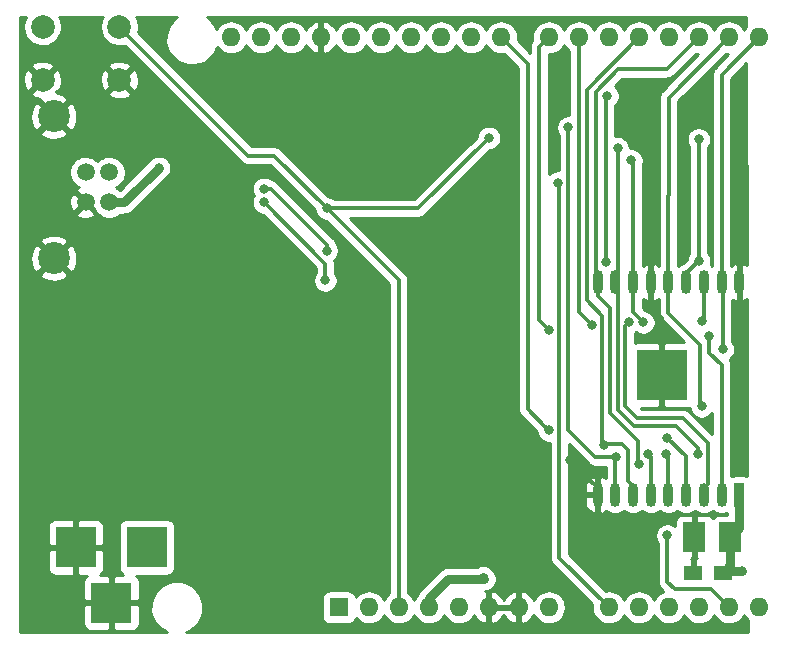
<source format=gbl>
G04 #@! TF.GenerationSoftware,KiCad,Pcbnew,(2017-11-08 revision cd21218)-HEAD*
G04 #@! TF.CreationDate,2018-02-02T15:21:13+02:00*
G04 #@! TF.ProjectId,esp8266_uno,657370383236365F756E6F2E6B696361,rev?*
G04 #@! TF.SameCoordinates,Original*
G04 #@! TF.FileFunction,Copper,L2,Bot,Signal*
G04 #@! TF.FilePolarity,Positive*
%FSLAX46Y46*%
G04 Gerber Fmt 4.6, Leading zero omitted, Abs format (unit mm)*
G04 Created by KiCad (PCBNEW (2017-11-08 revision cd21218)-HEAD) date Fri Feb  2 15:21:13 2018*
%MOMM*%
%LPD*%
G01*
G04 APERTURE LIST*
%ADD10O,0.900000X2.000000*%
%ADD11R,0.900000X2.000000*%
%ADD12R,4.300000X4.300000*%
%ADD13R,3.500000X3.500000*%
%ADD14O,1.600000X1.600000*%
%ADD15R,1.600000X1.600000*%
%ADD16C,1.520000*%
%ADD17C,2.700000*%
%ADD18C,2.000000*%
%ADD19R,1.500000X1.250000*%
%ADD20R,1.950000X2.500000*%
%ADD21C,0.400000*%
%ADD22C,0.800000*%
%ADD23C,0.350000*%
%ADD24C,0.800000*%
%ADD25C,0.254000*%
G04 APERTURE END LIST*
D10*
X160720000Y-102904000D03*
X160720000Y-120904000D03*
D11*
X172720000Y-120904000D03*
D10*
X171220000Y-120904000D03*
X169720000Y-120904000D03*
X168220000Y-120904000D03*
X166720000Y-120904000D03*
X165220000Y-120904000D03*
X163720000Y-120904000D03*
X162220000Y-120904000D03*
X162220000Y-102904000D03*
X163720000Y-102904000D03*
X165220000Y-102904000D03*
X166720000Y-102904000D03*
X168220000Y-102904000D03*
X169720000Y-102904000D03*
X171220000Y-102904000D03*
X172720000Y-102904000D03*
D12*
X166140000Y-110784000D03*
D13*
X122555000Y-125349000D03*
X116555000Y-125349000D03*
X119555000Y-130049000D03*
D14*
X129671000Y-82169000D03*
X132211000Y-82169000D03*
D15*
X138811000Y-130429000D03*
D14*
X169291000Y-82169000D03*
X141351000Y-130429000D03*
X166751000Y-82169000D03*
X143891000Y-130429000D03*
X164211000Y-82169000D03*
X146431000Y-130429000D03*
X161671000Y-82169000D03*
X148971000Y-130429000D03*
X159131000Y-82169000D03*
X151511000Y-130429000D03*
X156591000Y-82169000D03*
X154051000Y-130429000D03*
X152531000Y-82169000D03*
X156591000Y-130429000D03*
X149991000Y-82169000D03*
X161671000Y-130429000D03*
X147451000Y-82169000D03*
X164211000Y-130429000D03*
X144911000Y-82169000D03*
X166751000Y-130429000D03*
X142371000Y-82169000D03*
X169291000Y-130429000D03*
X139831000Y-82169000D03*
X171831000Y-130429000D03*
X137291000Y-82169000D03*
X174371000Y-130429000D03*
X134751000Y-82169000D03*
X174371000Y-82169000D03*
X171831000Y-82169000D03*
D16*
X119380000Y-93599000D03*
X119380000Y-96139000D03*
X117380000Y-96139000D03*
X117380000Y-93599000D03*
D17*
X114680000Y-88869000D03*
X114680000Y-100869000D03*
D18*
X113728500Y-85780000D03*
X113728500Y-81280000D03*
X120228500Y-85780000D03*
X120228500Y-81280000D03*
D19*
X168803000Y-127508000D03*
X171303000Y-127508000D03*
D20*
X171959000Y-124460000D03*
X168909000Y-124460000D03*
D21*
X122854999Y-80594500D03*
X172384999Y-80594500D03*
X115234999Y-84404500D03*
X119044999Y-84404500D03*
X130474999Y-84404500D03*
X134284999Y-84404500D03*
X138094999Y-84404500D03*
X141904999Y-84404500D03*
X145714999Y-84404500D03*
X149524999Y-84404500D03*
X153334999Y-84404500D03*
X157144999Y-84404500D03*
X119044999Y-88214500D03*
X130474999Y-88214500D03*
X138094999Y-88214500D03*
X141904999Y-88214500D03*
X145714999Y-88214500D03*
X149524999Y-88214500D03*
X153334999Y-88214500D03*
X157144999Y-88214500D03*
X164764999Y-88214500D03*
X168574999Y-88214500D03*
X172384999Y-88214500D03*
X115234999Y-92024500D03*
X138094999Y-92024500D03*
X141904999Y-92024500D03*
X145714999Y-92024500D03*
X172384999Y-92024500D03*
X115234999Y-95834500D03*
X153334999Y-95834500D03*
X119044999Y-99644500D03*
X122854999Y-99644500D03*
X149524999Y-99644500D03*
X115234999Y-103454500D03*
X119044999Y-103454500D03*
X145714999Y-103454500D03*
X149524999Y-103454500D03*
X153334999Y-103454500D03*
X115234999Y-107264500D03*
X119044999Y-107264500D03*
X130474999Y-107264500D03*
X138094999Y-107264500D03*
X141904999Y-107264500D03*
X145714999Y-107264500D03*
X149524999Y-107264500D03*
X172384999Y-107264500D03*
X115234999Y-111074500D03*
X119044999Y-111074500D03*
X122854999Y-111074500D03*
X126664999Y-111074500D03*
X130474999Y-111074500D03*
X138094999Y-111074500D03*
X141904999Y-111074500D03*
X145714999Y-111074500D03*
X149524999Y-111074500D03*
X153334999Y-111074500D03*
X172384999Y-111074500D03*
X115234999Y-114884500D03*
X119044999Y-114884500D03*
X126664999Y-114884500D03*
X138094999Y-114884500D03*
X141904999Y-114884500D03*
X145714999Y-114884500D03*
X149524999Y-114884500D03*
X153334999Y-114884500D03*
X115234999Y-118694500D03*
X119044999Y-118694500D03*
X126664999Y-118694500D03*
X138094999Y-118694500D03*
X141904999Y-118694500D03*
X145714999Y-118694500D03*
X149524999Y-118694500D03*
X153334999Y-118694500D03*
X115234999Y-122504500D03*
X119044999Y-122504500D03*
X126664999Y-122504500D03*
X138094999Y-122504500D03*
X141904999Y-122504500D03*
X149524999Y-122504500D03*
X153334999Y-122504500D03*
X126664999Y-126314500D03*
X134284999Y-126314500D03*
X138094999Y-126314500D03*
X145714999Y-126314500D03*
X115234999Y-130124500D03*
X130474999Y-130124500D03*
X134284999Y-130124500D03*
D22*
X169545000Y-113411000D03*
X166624000Y-124333000D03*
X164197010Y-118267314D03*
X165100000Y-94869000D03*
X153416000Y-99695000D03*
X154051000Y-126492000D03*
X158369000Y-117983000D03*
X172720000Y-101219000D03*
X157366990Y-94474010D03*
X162403800Y-91553010D03*
X169177990Y-117475000D03*
X164592000Y-106299000D03*
X163575998Y-92583000D03*
X151511000Y-90678000D03*
X169291000Y-90805000D03*
X169291000Y-101092000D03*
X137795000Y-96647000D03*
X172974000Y-127381000D03*
X151130000Y-128016000D03*
X123571000Y-93218000D03*
X158242000Y-89789001D03*
X162306000Y-117729000D03*
X170179998Y-107442000D03*
X161290000Y-116713000D03*
X165016023Y-117466162D03*
X156591000Y-115442996D03*
X169528726Y-106188274D03*
X171323000Y-108585000D03*
X161544000Y-87122000D03*
X161417000Y-101219000D03*
X163338032Y-106299000D03*
X160242959Y-106553000D03*
X166629240Y-116064027D03*
X156604990Y-106934000D03*
X166497000Y-117475000D03*
X137778726Y-100219274D03*
X132461000Y-94996000D03*
X132461000Y-96139002D03*
X137668000Y-102743000D03*
D23*
X166720000Y-102904000D02*
X166720000Y-105506000D01*
X166720000Y-105506000D02*
X169418000Y-108204000D01*
X169418000Y-108204000D02*
X169418000Y-113284000D01*
X169418000Y-113284000D02*
X169545000Y-113411000D01*
X169545000Y-113284000D02*
X169545000Y-113411000D01*
X169418000Y-113157000D02*
X169545000Y-113284000D01*
X166720000Y-95560004D02*
X166737002Y-95543002D01*
X166737002Y-95543002D02*
X166737002Y-87262998D01*
X166720000Y-102904000D02*
X166720000Y-95560004D01*
X166737002Y-87262998D02*
X171831000Y-82169000D01*
X161767979Y-113949487D02*
X164141021Y-116322529D01*
X161767979Y-105125979D02*
X161767979Y-113949487D01*
X160720000Y-104078000D02*
X161767979Y-105125979D01*
X160720000Y-102904000D02*
X160720000Y-104078000D01*
X164141021Y-116322529D02*
X164141021Y-118211325D01*
X164141021Y-118211325D02*
X164197010Y-118267314D01*
X171831000Y-130429000D02*
X170307000Y-128905000D01*
X167259000Y-128905000D02*
X166624000Y-128270000D01*
X166624000Y-128270000D02*
X166624000Y-124333000D01*
X170307000Y-128905000D02*
X167259000Y-128905000D01*
X166610002Y-84849998D02*
X169291000Y-82169000D01*
X162449256Y-84849998D02*
X166610002Y-84849998D01*
X160541999Y-86757255D02*
X162449256Y-84849998D01*
X160720000Y-102904000D02*
X160541999Y-102725999D01*
X160541999Y-102725999D02*
X160541999Y-86757255D01*
X165220000Y-94989000D02*
X165100000Y-94869000D01*
X165220000Y-102904000D02*
X165220000Y-94989000D01*
X154051000Y-130429000D02*
X154051000Y-126492000D01*
X158369000Y-118003000D02*
X158369000Y-117983000D01*
X160720000Y-120354000D02*
X158369000Y-118003000D01*
X160720000Y-120904000D02*
X160720000Y-120354000D01*
X166140000Y-105942000D02*
X166140000Y-110784000D01*
X165220000Y-102904000D02*
X165220000Y-105022000D01*
X165220000Y-105022000D02*
X166140000Y-105942000D01*
X172720000Y-102904000D02*
X172720000Y-101219000D01*
X157479998Y-94615002D02*
X157480000Y-94615000D01*
X157480000Y-94615000D02*
X157366990Y-94501990D01*
X157479998Y-126237998D02*
X157479998Y-94615002D01*
X161671000Y-130429000D02*
X157479998Y-126237998D01*
X157366990Y-94501990D02*
X157366990Y-94474010D01*
X162433000Y-103632000D02*
X162417989Y-103647011D01*
X162220000Y-103419000D02*
X162433000Y-103632000D01*
X162417989Y-103647011D02*
X162417989Y-113680243D01*
X162220000Y-102904000D02*
X162220000Y-103419000D01*
X162417989Y-113680243D02*
X163814757Y-115077011D01*
X163814757Y-115077011D02*
X167345686Y-115077011D01*
X167345686Y-115077011D02*
X169177990Y-116909315D01*
X169177990Y-116909315D02*
X169177990Y-117475000D01*
X162403800Y-102720200D02*
X162403800Y-91553010D01*
X162220000Y-102904000D02*
X162403800Y-102720200D01*
X163720000Y-102904000D02*
X163720000Y-105427000D01*
X163720000Y-105427000D02*
X164592000Y-106299000D01*
X163720000Y-102904000D02*
X163720000Y-92727002D01*
X163720000Y-92727002D02*
X163575998Y-92583000D01*
X120228500Y-81280000D02*
X131150500Y-92202000D01*
X131150500Y-92202000D02*
X133350000Y-92202000D01*
X133350000Y-92202000D02*
X137795000Y-96647000D01*
X143891000Y-130429000D02*
X143891000Y-102743000D01*
X143891000Y-102743000D02*
X137795000Y-96647000D01*
X145542000Y-96647000D02*
X151511000Y-90678000D01*
X137795000Y-96647000D02*
X145542000Y-96647000D01*
X169291000Y-101092000D02*
X169291000Y-90805000D01*
X168220000Y-102904000D02*
X168220000Y-102163000D01*
X168220000Y-102163000D02*
X169291000Y-101092000D01*
D24*
X151130000Y-128016000D02*
X148082000Y-128016000D01*
X148082000Y-128016000D02*
X146431000Y-129667000D01*
X146431000Y-129667000D02*
X146431000Y-130429000D01*
X172974000Y-127381000D02*
X171430000Y-127381000D01*
X151003000Y-127889000D02*
X151130000Y-128016000D01*
X171430000Y-127381000D02*
X171303000Y-127508000D01*
X171959000Y-124460000D02*
X171959000Y-126852000D01*
X171959000Y-126852000D02*
X171303000Y-127508000D01*
X172720000Y-120904000D02*
X172720000Y-123699000D01*
X172720000Y-123699000D02*
X171959000Y-124460000D01*
X119380000Y-96139000D02*
X120650000Y-96139000D01*
X120650000Y-96139000D02*
X123571000Y-93218000D01*
D23*
X158242000Y-115443000D02*
X158242000Y-89789001D01*
X162306000Y-117729000D02*
X160528000Y-117729000D01*
X160528000Y-117729000D02*
X158242000Y-115443000D01*
X162220000Y-120904000D02*
X162220000Y-117815000D01*
X162220000Y-117815000D02*
X162306000Y-117729000D01*
X171220000Y-109904002D02*
X170179998Y-108864000D01*
X171220000Y-120904000D02*
X171220000Y-109904002D01*
X170179998Y-108864000D02*
X170179998Y-107442000D01*
X159794990Y-86585010D02*
X164211000Y-82169000D01*
X159794990Y-104397986D02*
X159794990Y-86585010D01*
X161290000Y-116586000D02*
X161117968Y-116413968D01*
X161117968Y-105720964D02*
X159794990Y-104397986D01*
X161117968Y-116413968D02*
X161117968Y-105720964D01*
X161290000Y-116586000D02*
X161290000Y-116713000D01*
X163322000Y-117094000D02*
X163322000Y-119761000D01*
X161290000Y-116586000D02*
X162814000Y-116586000D01*
X162814000Y-116586000D02*
X163322000Y-117094000D01*
X163322000Y-119761000D02*
X163720000Y-120159000D01*
X163720000Y-120159000D02*
X163720000Y-120904000D01*
X156190997Y-115042997D02*
X156191001Y-115042997D01*
X154813000Y-113665000D02*
X156190997Y-115042997D01*
X154813000Y-84451000D02*
X154813000Y-113665000D01*
X152531000Y-82169000D02*
X154813000Y-84451000D01*
X156191001Y-115042997D02*
X156591000Y-115442996D01*
X165220000Y-120904000D02*
X165220000Y-117670139D01*
X165220000Y-117670139D02*
X165016023Y-117466162D01*
X169720000Y-102904000D02*
X169720000Y-105997000D01*
X169720000Y-105997000D02*
X169528726Y-106188274D01*
X171220000Y-102904000D02*
X171323000Y-103007000D01*
X171323000Y-103007000D02*
X171323000Y-108585000D01*
X171220000Y-102904000D02*
X171220000Y-85320000D01*
X171220000Y-85320000D02*
X174371000Y-82169000D01*
X167949256Y-114427000D02*
X164084000Y-114427000D01*
X169720000Y-120354000D02*
X170053000Y-120021000D01*
X170053000Y-116530744D02*
X167949256Y-114427000D01*
X164084000Y-114427000D02*
X163068000Y-113411000D01*
X169720000Y-120904000D02*
X169720000Y-120354000D01*
X170053000Y-120021000D02*
X170053000Y-116530744D01*
X163068000Y-113411000D02*
X163068000Y-106569032D01*
X163068000Y-106569032D02*
X163338032Y-106299000D01*
X161417000Y-101219000D02*
X161417000Y-87249000D01*
X161417000Y-87249000D02*
X161544000Y-87122000D01*
X159131000Y-105441041D02*
X160242959Y-106553000D01*
X159131000Y-82169000D02*
X159131000Y-105441041D01*
X168220000Y-117654787D02*
X166629240Y-116064027D01*
X168220000Y-120904000D02*
X168220000Y-117654787D01*
X155791001Y-106120011D02*
X156604990Y-106934000D01*
X155791001Y-82968999D02*
X155791001Y-106120011D01*
X156591000Y-82169000D02*
X155791001Y-82968999D01*
X166720000Y-117698000D02*
X166497000Y-117475000D01*
X166720000Y-120904000D02*
X166720000Y-117698000D01*
X132461000Y-94996000D02*
X133026685Y-94996000D01*
X137778726Y-99748041D02*
X137778726Y-100219274D01*
X133026685Y-94996000D02*
X137778726Y-99748041D01*
X132461002Y-96139002D02*
X132461000Y-96139002D01*
X137668000Y-102743000D02*
X137668000Y-101346000D01*
X137668000Y-101346000D02*
X132461002Y-96139002D01*
D25*
G36*
X112288806Y-80488522D02*
X112162493Y-80783233D01*
X112095828Y-81096866D01*
X112091351Y-81417475D01*
X112149233Y-81732848D01*
X112267268Y-82030971D01*
X112440961Y-82300491D01*
X112663697Y-82531140D01*
X112926990Y-82714133D01*
X113220813Y-82842501D01*
X113533973Y-82911354D01*
X113854543Y-82918069D01*
X114170311Y-82862390D01*
X114469252Y-82746439D01*
X114739977Y-82574632D01*
X114972176Y-82353512D01*
X115157003Y-82091503D01*
X115287419Y-81798583D01*
X115358456Y-81485911D01*
X115363570Y-81119680D01*
X115301291Y-80805146D01*
X115179104Y-80508700D01*
X115150734Y-80466000D01*
X118804227Y-80466000D01*
X118788806Y-80488522D01*
X118662493Y-80783233D01*
X118595828Y-81096866D01*
X118591351Y-81417475D01*
X118649233Y-81732848D01*
X118767268Y-82030971D01*
X118940961Y-82300491D01*
X119163697Y-82531140D01*
X119426990Y-82714133D01*
X119720813Y-82842501D01*
X120033973Y-82911354D01*
X120354543Y-82918069D01*
X120666117Y-82863129D01*
X130577744Y-92774757D01*
X130635579Y-92822263D01*
X130692877Y-92870342D01*
X130696608Y-92872393D01*
X130699901Y-92875098D01*
X130765828Y-92910447D01*
X130831407Y-92946500D01*
X130835470Y-92947789D01*
X130839221Y-92949800D01*
X130910736Y-92971665D01*
X130982092Y-92994300D01*
X130986325Y-92994775D01*
X130990398Y-92996020D01*
X131064833Y-93003581D01*
X131139191Y-93011921D01*
X131147517Y-93011979D01*
X131147673Y-93011995D01*
X131147818Y-93011981D01*
X131150500Y-93012000D01*
X133014488Y-93012000D01*
X136763613Y-96761126D01*
X136795280Y-96933665D01*
X136870000Y-97122386D01*
X136979953Y-97292999D01*
X137120950Y-97439006D01*
X137287622Y-97554846D01*
X137473620Y-97636106D01*
X137671859Y-97679692D01*
X137682401Y-97679913D01*
X143081000Y-103078513D01*
X143081000Y-129240795D01*
X142886983Y-129396789D01*
X142706962Y-129611329D01*
X142620772Y-129768109D01*
X142546242Y-129627940D01*
X142369234Y-129410907D01*
X142153442Y-129232388D01*
X141907085Y-129099183D01*
X141639547Y-129016367D01*
X141361018Y-128987092D01*
X141082108Y-129012475D01*
X140813440Y-129091548D01*
X140565247Y-129221300D01*
X140346983Y-129396789D01*
X140238889Y-129525610D01*
X140236812Y-129504518D01*
X140200502Y-129384820D01*
X140141537Y-129274506D01*
X140062185Y-129177815D01*
X139965494Y-129098463D01*
X139855180Y-129039498D01*
X139735482Y-129003188D01*
X139611000Y-128990928D01*
X138011000Y-128990928D01*
X137886518Y-129003188D01*
X137766820Y-129039498D01*
X137656506Y-129098463D01*
X137559815Y-129177815D01*
X137480463Y-129274506D01*
X137421498Y-129384820D01*
X137385188Y-129504518D01*
X137372928Y-129629000D01*
X137372928Y-131229000D01*
X137385188Y-131353482D01*
X137421498Y-131473180D01*
X137480463Y-131583494D01*
X137559815Y-131680185D01*
X137656506Y-131759537D01*
X137766820Y-131818502D01*
X137886518Y-131854812D01*
X138011000Y-131867072D01*
X139611000Y-131867072D01*
X139735482Y-131854812D01*
X139855180Y-131818502D01*
X139965494Y-131759537D01*
X140062185Y-131680185D01*
X140141537Y-131583494D01*
X140200502Y-131473180D01*
X140236812Y-131353482D01*
X140238925Y-131332032D01*
X140332766Y-131447093D01*
X140548558Y-131625612D01*
X140794915Y-131758817D01*
X141062453Y-131841633D01*
X141340982Y-131870908D01*
X141619892Y-131845525D01*
X141888560Y-131766452D01*
X142136753Y-131636700D01*
X142355017Y-131461211D01*
X142535038Y-131246671D01*
X142621228Y-131089891D01*
X142695758Y-131230060D01*
X142872766Y-131447093D01*
X143088558Y-131625612D01*
X143334915Y-131758817D01*
X143602453Y-131841633D01*
X143880982Y-131870908D01*
X144159892Y-131845525D01*
X144428560Y-131766452D01*
X144676753Y-131636700D01*
X144895017Y-131461211D01*
X145075038Y-131246671D01*
X145161228Y-131089891D01*
X145235758Y-131230060D01*
X145412766Y-131447093D01*
X145628558Y-131625612D01*
X145874915Y-131758817D01*
X146142453Y-131841633D01*
X146420982Y-131870908D01*
X146699892Y-131845525D01*
X146968560Y-131766452D01*
X147216753Y-131636700D01*
X147435017Y-131461211D01*
X147615038Y-131246671D01*
X147701228Y-131089891D01*
X147775758Y-131230060D01*
X147952766Y-131447093D01*
X148168558Y-131625612D01*
X148414915Y-131758817D01*
X148682453Y-131841633D01*
X148960982Y-131870908D01*
X149239892Y-131845525D01*
X149508560Y-131766452D01*
X149756753Y-131636700D01*
X149975017Y-131461211D01*
X150155038Y-131246671D01*
X150241656Y-131089112D01*
X150358615Y-131284131D01*
X150547586Y-131492519D01*
X150773580Y-131660037D01*
X151027913Y-131780246D01*
X151161961Y-131820904D01*
X151384000Y-131698915D01*
X151384000Y-130556000D01*
X151638000Y-130556000D01*
X151638000Y-131698915D01*
X151860039Y-131820904D01*
X151994087Y-131780246D01*
X152248420Y-131660037D01*
X152474414Y-131492519D01*
X152663385Y-131284131D01*
X152781000Y-131088018D01*
X152898615Y-131284131D01*
X153087586Y-131492519D01*
X153313580Y-131660037D01*
X153567913Y-131780246D01*
X153701961Y-131820904D01*
X153924000Y-131698915D01*
X153924000Y-130556000D01*
X151638000Y-130556000D01*
X151384000Y-130556000D01*
X151364000Y-130556000D01*
X151364000Y-130302000D01*
X151384000Y-130302000D01*
X151384000Y-129159085D01*
X151638000Y-129159085D01*
X151638000Y-130302000D01*
X153924000Y-130302000D01*
X153924000Y-129159085D01*
X154178000Y-129159085D01*
X154178000Y-130302000D01*
X154198000Y-130302000D01*
X154198000Y-130556000D01*
X154178000Y-130556000D01*
X154178000Y-131698915D01*
X154400039Y-131820904D01*
X154534087Y-131780246D01*
X154788420Y-131660037D01*
X155014414Y-131492519D01*
X155203385Y-131284131D01*
X155320593Y-131088696D01*
X155395758Y-131230060D01*
X155572766Y-131447093D01*
X155788558Y-131625612D01*
X156034915Y-131758817D01*
X156302453Y-131841633D01*
X156580982Y-131870908D01*
X156859892Y-131845525D01*
X157128560Y-131766452D01*
X157376753Y-131636700D01*
X157595017Y-131461211D01*
X157775038Y-131246671D01*
X157909959Y-131001250D01*
X157994642Y-130734296D01*
X158025860Y-130455979D01*
X158026000Y-130435943D01*
X158026000Y-130422057D01*
X157998671Y-130143331D01*
X157917724Y-129875221D01*
X157786242Y-129627940D01*
X157609234Y-129410907D01*
X157393442Y-129232388D01*
X157147085Y-129099183D01*
X156879547Y-129016367D01*
X156601018Y-128987092D01*
X156322108Y-129012475D01*
X156053440Y-129091548D01*
X155805247Y-129221300D01*
X155586983Y-129396789D01*
X155406962Y-129611329D01*
X155320344Y-129768888D01*
X155203385Y-129573869D01*
X155014414Y-129365481D01*
X154788420Y-129197963D01*
X154534087Y-129077754D01*
X154400039Y-129037096D01*
X154178000Y-129159085D01*
X153924000Y-129159085D01*
X153701961Y-129037096D01*
X153567913Y-129077754D01*
X153313580Y-129197963D01*
X153087586Y-129365481D01*
X152898615Y-129573869D01*
X152781000Y-129769982D01*
X152663385Y-129573869D01*
X152474414Y-129365481D01*
X152248420Y-129197963D01*
X151994087Y-129077754D01*
X151860039Y-129037096D01*
X151638000Y-129159085D01*
X151384000Y-129159085D01*
X151190053Y-129052530D01*
X151209788Y-129052943D01*
X151409679Y-129017697D01*
X151598916Y-128944296D01*
X151770293Y-128835537D01*
X151917281Y-128695563D01*
X152034282Y-128529703D01*
X152116839Y-128344278D01*
X152161807Y-128146348D01*
X152163259Y-128042338D01*
X152164943Y-128026838D01*
X152164785Y-128025033D01*
X152164975Y-128023226D01*
X152163719Y-128009423D01*
X152165044Y-127914513D01*
X152125620Y-127715405D01*
X152048273Y-127527746D01*
X151935948Y-127358684D01*
X151792926Y-127214660D01*
X151791223Y-127213511D01*
X151734856Y-127157144D01*
X151578766Y-127028930D01*
X151400745Y-126933477D01*
X151207575Y-126874420D01*
X151006613Y-126854006D01*
X150805513Y-126873016D01*
X150611935Y-126930724D01*
X150516578Y-126981000D01*
X148082000Y-126981000D01*
X147986859Y-126990328D01*
X147891611Y-126998662D01*
X147886388Y-127000180D01*
X147880967Y-127000711D01*
X147789409Y-127028354D01*
X147697635Y-127055017D01*
X147692803Y-127057522D01*
X147687592Y-127059095D01*
X147603225Y-127103954D01*
X147518299Y-127147975D01*
X147514041Y-127151374D01*
X147509240Y-127153927D01*
X147435186Y-127214324D01*
X147360435Y-127273997D01*
X147352860Y-127281467D01*
X147352704Y-127281594D01*
X147352585Y-127281738D01*
X147350145Y-127284144D01*
X145699144Y-128935144D01*
X145638412Y-129009081D01*
X145577008Y-129082259D01*
X145574389Y-129087023D01*
X145570930Y-129091234D01*
X145525721Y-129175550D01*
X145479695Y-129259270D01*
X145478049Y-129264457D01*
X145475477Y-129269255D01*
X145447537Y-129360645D01*
X145439183Y-129386980D01*
X145426983Y-129396789D01*
X145246962Y-129611329D01*
X145160772Y-129768109D01*
X145086242Y-129627940D01*
X144909234Y-129410907D01*
X144701000Y-129238641D01*
X144701000Y-102743000D01*
X144693701Y-102668556D01*
X144687178Y-102593999D01*
X144685990Y-102589908D01*
X144685574Y-102585670D01*
X144663959Y-102514080D01*
X144643074Y-102442192D01*
X144641112Y-102438407D01*
X144639882Y-102434333D01*
X144604777Y-102368311D01*
X144570323Y-102301842D01*
X144567665Y-102298512D01*
X144565666Y-102294753D01*
X144518380Y-102236775D01*
X144471697Y-102178296D01*
X144465852Y-102172368D01*
X144465752Y-102172246D01*
X144465639Y-102172152D01*
X144463757Y-102170244D01*
X139750512Y-97457000D01*
X145542000Y-97457000D01*
X145616535Y-97449692D01*
X145691001Y-97443177D01*
X145695087Y-97441990D01*
X145699330Y-97441574D01*
X145770962Y-97419947D01*
X145842808Y-97399074D01*
X145846593Y-97397112D01*
X145850667Y-97395882D01*
X145916689Y-97360777D01*
X145983158Y-97326323D01*
X145986488Y-97323665D01*
X145990247Y-97321666D01*
X146048225Y-97274380D01*
X146106704Y-97227697D01*
X146112627Y-97221855D01*
X146112754Y-97221752D01*
X146112851Y-97221635D01*
X146114756Y-97219756D01*
X151625731Y-91708782D01*
X151790679Y-91679697D01*
X151979916Y-91606296D01*
X152151293Y-91497537D01*
X152298281Y-91357563D01*
X152415282Y-91191703D01*
X152497839Y-91006278D01*
X152542807Y-90808348D01*
X152546044Y-90576513D01*
X152506620Y-90377405D01*
X152429273Y-90189746D01*
X152316948Y-90020684D01*
X152173926Y-89876660D01*
X152005653Y-89763158D01*
X151818539Y-89684503D01*
X151619710Y-89643689D01*
X151416741Y-89642272D01*
X151217363Y-89680306D01*
X151029168Y-89756341D01*
X150859327Y-89867482D01*
X150714308Y-90009496D01*
X150599634Y-90176972D01*
X150519674Y-90363533D01*
X150477473Y-90562071D01*
X150477417Y-90566070D01*
X145206488Y-95837000D01*
X138445087Y-95837000D01*
X138289653Y-95732158D01*
X138102539Y-95653503D01*
X137906846Y-95613333D01*
X133922756Y-91629244D01*
X133864929Y-91581743D01*
X133807623Y-91533658D01*
X133803895Y-91531608D01*
X133800600Y-91528902D01*
X133734652Y-91493541D01*
X133669093Y-91457500D01*
X133665030Y-91456211D01*
X133661279Y-91454200D01*
X133589805Y-91432348D01*
X133518408Y-91409700D01*
X133514170Y-91409225D01*
X133510102Y-91407981D01*
X133435717Y-91400425D01*
X133361309Y-91392079D01*
X133352983Y-91392021D01*
X133352827Y-91392005D01*
X133352682Y-91392019D01*
X133350000Y-91392000D01*
X131486013Y-91392000D01*
X121806891Y-81712878D01*
X121858456Y-81485911D01*
X121863570Y-81119680D01*
X121801291Y-80805146D01*
X121679104Y-80508700D01*
X121650734Y-80466000D01*
X125079638Y-80466000D01*
X124957764Y-80545752D01*
X124644607Y-80852419D01*
X124396978Y-81214071D01*
X124224311Y-81616933D01*
X124133182Y-82045662D01*
X124127062Y-82483925D01*
X124206185Y-82915030D01*
X124367536Y-83322557D01*
X124604970Y-83690982D01*
X124909443Y-84006273D01*
X125269358Y-84256421D01*
X125671005Y-84431896D01*
X126099087Y-84526016D01*
X126537297Y-84535195D01*
X126968944Y-84459084D01*
X127377587Y-84300582D01*
X127747661Y-84065726D01*
X128065070Y-83763461D01*
X128317724Y-83405302D01*
X128495999Y-83004889D01*
X128497778Y-82997059D01*
X128652766Y-83187093D01*
X128868558Y-83365612D01*
X129114915Y-83498817D01*
X129382453Y-83581633D01*
X129660982Y-83610908D01*
X129939892Y-83585525D01*
X130208560Y-83506452D01*
X130456753Y-83376700D01*
X130675017Y-83201211D01*
X130855038Y-82986671D01*
X130941228Y-82829891D01*
X131015758Y-82970060D01*
X131192766Y-83187093D01*
X131408558Y-83365612D01*
X131654915Y-83498817D01*
X131922453Y-83581633D01*
X132200982Y-83610908D01*
X132479892Y-83585525D01*
X132748560Y-83506452D01*
X132996753Y-83376700D01*
X133215017Y-83201211D01*
X133395038Y-82986671D01*
X133481228Y-82829891D01*
X133555758Y-82970060D01*
X133732766Y-83187093D01*
X133948558Y-83365612D01*
X134194915Y-83498817D01*
X134462453Y-83581633D01*
X134740982Y-83610908D01*
X135019892Y-83585525D01*
X135288560Y-83506452D01*
X135536753Y-83376700D01*
X135755017Y-83201211D01*
X135935038Y-82986671D01*
X136021656Y-82829112D01*
X136138615Y-83024131D01*
X136327586Y-83232519D01*
X136553580Y-83400037D01*
X136807913Y-83520246D01*
X136941961Y-83560904D01*
X137164000Y-83438915D01*
X137164000Y-82296000D01*
X137144000Y-82296000D01*
X137144000Y-82042000D01*
X137164000Y-82042000D01*
X137164000Y-80899085D01*
X136941961Y-80777096D01*
X136807913Y-80817754D01*
X136553580Y-80937963D01*
X136327586Y-81105481D01*
X136138615Y-81313869D01*
X136021407Y-81509304D01*
X135946242Y-81367940D01*
X135769234Y-81150907D01*
X135553442Y-80972388D01*
X135307085Y-80839183D01*
X135039547Y-80756367D01*
X134761018Y-80727092D01*
X134482108Y-80752475D01*
X134213440Y-80831548D01*
X133965247Y-80961300D01*
X133746983Y-81136789D01*
X133566962Y-81351329D01*
X133480772Y-81508109D01*
X133406242Y-81367940D01*
X133229234Y-81150907D01*
X133013442Y-80972388D01*
X132767085Y-80839183D01*
X132499547Y-80756367D01*
X132221018Y-80727092D01*
X131942108Y-80752475D01*
X131673440Y-80831548D01*
X131425247Y-80961300D01*
X131206983Y-81136789D01*
X131026962Y-81351329D01*
X130940772Y-81508109D01*
X130866242Y-81367940D01*
X130689234Y-81150907D01*
X130473442Y-80972388D01*
X130227085Y-80839183D01*
X129959547Y-80756367D01*
X129681018Y-80727092D01*
X129402108Y-80752475D01*
X129133440Y-80831548D01*
X128885247Y-80961300D01*
X128666983Y-81136789D01*
X128486962Y-81351329D01*
X128433342Y-81448864D01*
X128347936Y-81241654D01*
X128105381Y-80876580D01*
X127796536Y-80565571D01*
X127648916Y-80466000D01*
X173294638Y-80466000D01*
X173296583Y-81220688D01*
X173186962Y-81351329D01*
X173100772Y-81508109D01*
X173026242Y-81367940D01*
X172849234Y-81150907D01*
X172633442Y-80972388D01*
X172387085Y-80839183D01*
X172119547Y-80756367D01*
X171841018Y-80727092D01*
X171562108Y-80752475D01*
X171293440Y-80831548D01*
X171045247Y-80961300D01*
X170826983Y-81136789D01*
X170646962Y-81351329D01*
X170560772Y-81508109D01*
X170486242Y-81367940D01*
X170309234Y-81150907D01*
X170093442Y-80972388D01*
X169847085Y-80839183D01*
X169579547Y-80756367D01*
X169301018Y-80727092D01*
X169022108Y-80752475D01*
X168753440Y-80831548D01*
X168505247Y-80961300D01*
X168286983Y-81136789D01*
X168106962Y-81351329D01*
X168020772Y-81508109D01*
X167946242Y-81367940D01*
X167769234Y-81150907D01*
X167553442Y-80972388D01*
X167307085Y-80839183D01*
X167039547Y-80756367D01*
X166761018Y-80727092D01*
X166482108Y-80752475D01*
X166213440Y-80831548D01*
X165965247Y-80961300D01*
X165746983Y-81136789D01*
X165566962Y-81351329D01*
X165480772Y-81508109D01*
X165406242Y-81367940D01*
X165229234Y-81150907D01*
X165013442Y-80972388D01*
X164767085Y-80839183D01*
X164499547Y-80756367D01*
X164221018Y-80727092D01*
X163942108Y-80752475D01*
X163673440Y-80831548D01*
X163425247Y-80961300D01*
X163206983Y-81136789D01*
X163026962Y-81351329D01*
X162940772Y-81508109D01*
X162866242Y-81367940D01*
X162689234Y-81150907D01*
X162473442Y-80972388D01*
X162227085Y-80839183D01*
X161959547Y-80756367D01*
X161681018Y-80727092D01*
X161402108Y-80752475D01*
X161133440Y-80831548D01*
X160885247Y-80961300D01*
X160666983Y-81136789D01*
X160486962Y-81351329D01*
X160400772Y-81508109D01*
X160326242Y-81367940D01*
X160149234Y-81150907D01*
X159933442Y-80972388D01*
X159687085Y-80839183D01*
X159419547Y-80756367D01*
X159141018Y-80727092D01*
X158862108Y-80752475D01*
X158593440Y-80831548D01*
X158345247Y-80961300D01*
X158126983Y-81136789D01*
X157946962Y-81351329D01*
X157860772Y-81508109D01*
X157786242Y-81367940D01*
X157609234Y-81150907D01*
X157393442Y-80972388D01*
X157147085Y-80839183D01*
X156879547Y-80756367D01*
X156601018Y-80727092D01*
X156322108Y-80752475D01*
X156053440Y-80831548D01*
X155805247Y-80961300D01*
X155586983Y-81136789D01*
X155406962Y-81351329D01*
X155272041Y-81596750D01*
X155187358Y-81863704D01*
X155156140Y-82142021D01*
X155156000Y-82162057D01*
X155156000Y-82175943D01*
X155181935Y-82440447D01*
X155170744Y-82454070D01*
X155122659Y-82511376D01*
X155120609Y-82515104D01*
X155117903Y-82518399D01*
X155082542Y-82584347D01*
X155046501Y-82649906D01*
X155045212Y-82653969D01*
X155043201Y-82657720D01*
X155021349Y-82729194D01*
X154998701Y-82800591D01*
X154998226Y-82804829D01*
X154996982Y-82808897D01*
X154989426Y-82883282D01*
X154981080Y-82957690D01*
X154981022Y-82966016D01*
X154981006Y-82966172D01*
X154981020Y-82966317D01*
X154981001Y-82968999D01*
X154981001Y-83473488D01*
X153939399Y-82431887D01*
X153965860Y-82195979D01*
X153966000Y-82175943D01*
X153966000Y-82162057D01*
X153938671Y-81883331D01*
X153857724Y-81615221D01*
X153726242Y-81367940D01*
X153549234Y-81150907D01*
X153333442Y-80972388D01*
X153087085Y-80839183D01*
X152819547Y-80756367D01*
X152541018Y-80727092D01*
X152262108Y-80752475D01*
X151993440Y-80831548D01*
X151745247Y-80961300D01*
X151526983Y-81136789D01*
X151346962Y-81351329D01*
X151260772Y-81508109D01*
X151186242Y-81367940D01*
X151009234Y-81150907D01*
X150793442Y-80972388D01*
X150547085Y-80839183D01*
X150279547Y-80756367D01*
X150001018Y-80727092D01*
X149722108Y-80752475D01*
X149453440Y-80831548D01*
X149205247Y-80961300D01*
X148986983Y-81136789D01*
X148806962Y-81351329D01*
X148720772Y-81508109D01*
X148646242Y-81367940D01*
X148469234Y-81150907D01*
X148253442Y-80972388D01*
X148007085Y-80839183D01*
X147739547Y-80756367D01*
X147461018Y-80727092D01*
X147182108Y-80752475D01*
X146913440Y-80831548D01*
X146665247Y-80961300D01*
X146446983Y-81136789D01*
X146266962Y-81351329D01*
X146180772Y-81508109D01*
X146106242Y-81367940D01*
X145929234Y-81150907D01*
X145713442Y-80972388D01*
X145467085Y-80839183D01*
X145199547Y-80756367D01*
X144921018Y-80727092D01*
X144642108Y-80752475D01*
X144373440Y-80831548D01*
X144125247Y-80961300D01*
X143906983Y-81136789D01*
X143726962Y-81351329D01*
X143640772Y-81508109D01*
X143566242Y-81367940D01*
X143389234Y-81150907D01*
X143173442Y-80972388D01*
X142927085Y-80839183D01*
X142659547Y-80756367D01*
X142381018Y-80727092D01*
X142102108Y-80752475D01*
X141833440Y-80831548D01*
X141585247Y-80961300D01*
X141366983Y-81136789D01*
X141186962Y-81351329D01*
X141100772Y-81508109D01*
X141026242Y-81367940D01*
X140849234Y-81150907D01*
X140633442Y-80972388D01*
X140387085Y-80839183D01*
X140119547Y-80756367D01*
X139841018Y-80727092D01*
X139562108Y-80752475D01*
X139293440Y-80831548D01*
X139045247Y-80961300D01*
X138826983Y-81136789D01*
X138646962Y-81351329D01*
X138560344Y-81508888D01*
X138443385Y-81313869D01*
X138254414Y-81105481D01*
X138028420Y-80937963D01*
X137774087Y-80817754D01*
X137640039Y-80777096D01*
X137418000Y-80899085D01*
X137418000Y-82042000D01*
X137438000Y-82042000D01*
X137438000Y-82296000D01*
X137418000Y-82296000D01*
X137418000Y-83438915D01*
X137640039Y-83560904D01*
X137774087Y-83520246D01*
X138028420Y-83400037D01*
X138254414Y-83232519D01*
X138443385Y-83024131D01*
X138560593Y-82828696D01*
X138635758Y-82970060D01*
X138812766Y-83187093D01*
X139028558Y-83365612D01*
X139274915Y-83498817D01*
X139542453Y-83581633D01*
X139820982Y-83610908D01*
X140099892Y-83585525D01*
X140368560Y-83506452D01*
X140616753Y-83376700D01*
X140835017Y-83201211D01*
X141015038Y-82986671D01*
X141101228Y-82829891D01*
X141175758Y-82970060D01*
X141352766Y-83187093D01*
X141568558Y-83365612D01*
X141814915Y-83498817D01*
X142082453Y-83581633D01*
X142360982Y-83610908D01*
X142639892Y-83585525D01*
X142908560Y-83506452D01*
X143156753Y-83376700D01*
X143375017Y-83201211D01*
X143555038Y-82986671D01*
X143641228Y-82829891D01*
X143715758Y-82970060D01*
X143892766Y-83187093D01*
X144108558Y-83365612D01*
X144354915Y-83498817D01*
X144622453Y-83581633D01*
X144900982Y-83610908D01*
X145179892Y-83585525D01*
X145448560Y-83506452D01*
X145696753Y-83376700D01*
X145915017Y-83201211D01*
X146095038Y-82986671D01*
X146181228Y-82829891D01*
X146255758Y-82970060D01*
X146432766Y-83187093D01*
X146648558Y-83365612D01*
X146894915Y-83498817D01*
X147162453Y-83581633D01*
X147440982Y-83610908D01*
X147719892Y-83585525D01*
X147988560Y-83506452D01*
X148236753Y-83376700D01*
X148455017Y-83201211D01*
X148635038Y-82986671D01*
X148721228Y-82829891D01*
X148795758Y-82970060D01*
X148972766Y-83187093D01*
X149188558Y-83365612D01*
X149434915Y-83498817D01*
X149702453Y-83581633D01*
X149980982Y-83610908D01*
X150259892Y-83585525D01*
X150528560Y-83506452D01*
X150776753Y-83376700D01*
X150995017Y-83201211D01*
X151175038Y-82986671D01*
X151261228Y-82829891D01*
X151335758Y-82970060D01*
X151512766Y-83187093D01*
X151728558Y-83365612D01*
X151974915Y-83498817D01*
X152242453Y-83581633D01*
X152520982Y-83610908D01*
X152799892Y-83585525D01*
X152801530Y-83585043D01*
X154003000Y-84786513D01*
X154003000Y-113665000D01*
X154010308Y-113739535D01*
X154016823Y-113814001D01*
X154018010Y-113818087D01*
X154018426Y-113822330D01*
X154040053Y-113893962D01*
X154060926Y-113965808D01*
X154062888Y-113969593D01*
X154064118Y-113973667D01*
X154099223Y-114039689D01*
X154133677Y-114106158D01*
X154136335Y-114109488D01*
X154138334Y-114113247D01*
X154185620Y-114171225D01*
X154232303Y-114229704D01*
X154238145Y-114235627D01*
X154238248Y-114235754D01*
X154238365Y-114235851D01*
X154240244Y-114237756D01*
X155559614Y-115557127D01*
X155591280Y-115729661D01*
X155666000Y-115918382D01*
X155775953Y-116088995D01*
X155916950Y-116235002D01*
X156083622Y-116350842D01*
X156269620Y-116432102D01*
X156467859Y-116475688D01*
X156669998Y-116479922D01*
X156669998Y-126237998D01*
X156677306Y-126312533D01*
X156683821Y-126386999D01*
X156685008Y-126391085D01*
X156685424Y-126395328D01*
X156707051Y-126466960D01*
X156727924Y-126538806D01*
X156729886Y-126542591D01*
X156731116Y-126546665D01*
X156766221Y-126612687D01*
X156800675Y-126679156D01*
X156803333Y-126682486D01*
X156805332Y-126686245D01*
X156852618Y-126744223D01*
X156899301Y-126802702D01*
X156905143Y-126808625D01*
X156905246Y-126808752D01*
X156905363Y-126808849D01*
X156907242Y-126810754D01*
X160262601Y-130166114D01*
X160236140Y-130402021D01*
X160236000Y-130422057D01*
X160236000Y-130435943D01*
X160263329Y-130714669D01*
X160344276Y-130982779D01*
X160475758Y-131230060D01*
X160652766Y-131447093D01*
X160868558Y-131625612D01*
X161114915Y-131758817D01*
X161382453Y-131841633D01*
X161660982Y-131870908D01*
X161939892Y-131845525D01*
X162208560Y-131766452D01*
X162456753Y-131636700D01*
X162675017Y-131461211D01*
X162855038Y-131246671D01*
X162941228Y-131089891D01*
X163015758Y-131230060D01*
X163192766Y-131447093D01*
X163408558Y-131625612D01*
X163654915Y-131758817D01*
X163922453Y-131841633D01*
X164200982Y-131870908D01*
X164479892Y-131845525D01*
X164748560Y-131766452D01*
X164996753Y-131636700D01*
X165215017Y-131461211D01*
X165395038Y-131246671D01*
X165481228Y-131089891D01*
X165555758Y-131230060D01*
X165732766Y-131447093D01*
X165948558Y-131625612D01*
X166194915Y-131758817D01*
X166462453Y-131841633D01*
X166740982Y-131870908D01*
X167019892Y-131845525D01*
X167288560Y-131766452D01*
X167536753Y-131636700D01*
X167755017Y-131461211D01*
X167935038Y-131246671D01*
X168021228Y-131089891D01*
X168095758Y-131230060D01*
X168272766Y-131447093D01*
X168488558Y-131625612D01*
X168734915Y-131758817D01*
X169002453Y-131841633D01*
X169280982Y-131870908D01*
X169559892Y-131845525D01*
X169828560Y-131766452D01*
X170076753Y-131636700D01*
X170295017Y-131461211D01*
X170475038Y-131246671D01*
X170561228Y-131089891D01*
X170635758Y-131230060D01*
X170812766Y-131447093D01*
X171028558Y-131625612D01*
X171274915Y-131758817D01*
X171542453Y-131841633D01*
X171820982Y-131870908D01*
X172099892Y-131845525D01*
X172368560Y-131766452D01*
X172616753Y-131636700D01*
X172835017Y-131461211D01*
X173015038Y-131246671D01*
X173101228Y-131089891D01*
X173175758Y-131230060D01*
X173352766Y-131447093D01*
X173426189Y-131507834D01*
X173428795Y-132519174D01*
X125886917Y-132519174D01*
X126107587Y-132433582D01*
X126477661Y-132198726D01*
X126795070Y-131896461D01*
X127047724Y-131538302D01*
X127225999Y-131137889D01*
X127323105Y-130710475D01*
X127330096Y-130209847D01*
X127244962Y-129779888D01*
X127077936Y-129374654D01*
X126835381Y-129009580D01*
X126526536Y-128698571D01*
X126163164Y-128453473D01*
X125759105Y-128283622D01*
X125329751Y-128195489D01*
X124891456Y-128192429D01*
X124460914Y-128274559D01*
X124054523Y-128438752D01*
X123687764Y-128678752D01*
X123374607Y-128985419D01*
X123126978Y-129347071D01*
X122954311Y-129749933D01*
X122863182Y-130178662D01*
X122857062Y-130616925D01*
X122936185Y-131048030D01*
X123097536Y-131455557D01*
X123334970Y-131823982D01*
X123639443Y-132139273D01*
X123999358Y-132389421D01*
X124296351Y-132519174D01*
X111835000Y-132519174D01*
X111835000Y-130334750D01*
X117170000Y-130334750D01*
X117170000Y-131861542D01*
X117194403Y-131984223D01*
X117242270Y-132099785D01*
X117311763Y-132203789D01*
X117400211Y-132292237D01*
X117504215Y-132361730D01*
X117619777Y-132409597D01*
X117742458Y-132434000D01*
X119269250Y-132434000D01*
X119428000Y-132275250D01*
X119428000Y-130176000D01*
X119682000Y-130176000D01*
X119682000Y-132275250D01*
X119840750Y-132434000D01*
X121367542Y-132434000D01*
X121490223Y-132409597D01*
X121605785Y-132361730D01*
X121709789Y-132292237D01*
X121798237Y-132203789D01*
X121867730Y-132099785D01*
X121915597Y-131984223D01*
X121940000Y-131861542D01*
X121940000Y-130334750D01*
X121781250Y-130176000D01*
X119682000Y-130176000D01*
X119428000Y-130176000D01*
X117328750Y-130176000D01*
X117170000Y-130334750D01*
X111835000Y-130334750D01*
X111835000Y-125634750D01*
X114170000Y-125634750D01*
X114170000Y-127161542D01*
X114194403Y-127284223D01*
X114242270Y-127399785D01*
X114311763Y-127503789D01*
X114400211Y-127592237D01*
X114504215Y-127661730D01*
X114619777Y-127709597D01*
X114742458Y-127734000D01*
X116269250Y-127734000D01*
X116428000Y-127575250D01*
X116428000Y-125476000D01*
X116682000Y-125476000D01*
X116682000Y-127575250D01*
X116840750Y-127734000D01*
X117509695Y-127734000D01*
X117504215Y-127736270D01*
X117400211Y-127805763D01*
X117311763Y-127894211D01*
X117242270Y-127998215D01*
X117194403Y-128113777D01*
X117170000Y-128236458D01*
X117170000Y-129763250D01*
X117328750Y-129922000D01*
X119428000Y-129922000D01*
X119428000Y-127822750D01*
X119682000Y-127822750D01*
X119682000Y-129922000D01*
X121781250Y-129922000D01*
X121940000Y-129763250D01*
X121940000Y-128236458D01*
X121915597Y-128113777D01*
X121867730Y-127998215D01*
X121798237Y-127894211D01*
X121709789Y-127805763D01*
X121606985Y-127737072D01*
X124305000Y-127737072D01*
X124429482Y-127724812D01*
X124549180Y-127688502D01*
X124659494Y-127629537D01*
X124756185Y-127550185D01*
X124835537Y-127453494D01*
X124894502Y-127343180D01*
X124930812Y-127223482D01*
X124943072Y-127099000D01*
X124943072Y-123599000D01*
X124930812Y-123474518D01*
X124894502Y-123354820D01*
X124835537Y-123244506D01*
X124756185Y-123147815D01*
X124659494Y-123068463D01*
X124549180Y-123009498D01*
X124429482Y-122973188D01*
X124305000Y-122960928D01*
X120805000Y-122960928D01*
X120680518Y-122973188D01*
X120560820Y-123009498D01*
X120450506Y-123068463D01*
X120353815Y-123147815D01*
X120274463Y-123244506D01*
X120215498Y-123354820D01*
X120179188Y-123474518D01*
X120166928Y-123599000D01*
X120166928Y-127099000D01*
X120179188Y-127223482D01*
X120215498Y-127343180D01*
X120274463Y-127453494D01*
X120353815Y-127550185D01*
X120450506Y-127629537D01*
X120514981Y-127664000D01*
X119840750Y-127664000D01*
X119682000Y-127822750D01*
X119428000Y-127822750D01*
X119269250Y-127664000D01*
X118600305Y-127664000D01*
X118605785Y-127661730D01*
X118709789Y-127592237D01*
X118798237Y-127503789D01*
X118867730Y-127399785D01*
X118915597Y-127284223D01*
X118940000Y-127161542D01*
X118940000Y-125634750D01*
X118781250Y-125476000D01*
X116682000Y-125476000D01*
X116428000Y-125476000D01*
X114328750Y-125476000D01*
X114170000Y-125634750D01*
X111835000Y-125634750D01*
X111835000Y-123536458D01*
X114170000Y-123536458D01*
X114170000Y-125063250D01*
X114328750Y-125222000D01*
X116428000Y-125222000D01*
X116428000Y-123122750D01*
X116682000Y-123122750D01*
X116682000Y-125222000D01*
X118781250Y-125222000D01*
X118940000Y-125063250D01*
X118940000Y-123536458D01*
X118915597Y-123413777D01*
X118867730Y-123298215D01*
X118798237Y-123194211D01*
X118709789Y-123105763D01*
X118605785Y-123036270D01*
X118490223Y-122988403D01*
X118367542Y-122964000D01*
X116840750Y-122964000D01*
X116682000Y-123122750D01*
X116428000Y-123122750D01*
X116269250Y-122964000D01*
X114742458Y-122964000D01*
X114619777Y-122988403D01*
X114504215Y-123036270D01*
X114400211Y-123105763D01*
X114311763Y-123194211D01*
X114242270Y-123298215D01*
X114194403Y-123413777D01*
X114170000Y-123536458D01*
X111835000Y-123536458D01*
X111835000Y-102253838D01*
X113474767Y-102253838D01*
X113612724Y-102554044D01*
X113961967Y-102729882D01*
X114338804Y-102834207D01*
X114728753Y-102863009D01*
X115116828Y-102815184D01*
X115488116Y-102692568D01*
X115747276Y-102554044D01*
X115885233Y-102253838D01*
X114680000Y-101048605D01*
X113474767Y-102253838D01*
X111835000Y-102253838D01*
X111835000Y-100917753D01*
X112685991Y-100917753D01*
X112733816Y-101305828D01*
X112856432Y-101677116D01*
X112994956Y-101936276D01*
X113295162Y-102074233D01*
X114500395Y-100869000D01*
X114859605Y-100869000D01*
X116064838Y-102074233D01*
X116365044Y-101936276D01*
X116540882Y-101587033D01*
X116645207Y-101210196D01*
X116674009Y-100820247D01*
X116626184Y-100432172D01*
X116503568Y-100060884D01*
X116365044Y-99801724D01*
X116064838Y-99663767D01*
X114859605Y-100869000D01*
X114500395Y-100869000D01*
X113295162Y-99663767D01*
X112994956Y-99801724D01*
X112819118Y-100150967D01*
X112714793Y-100527804D01*
X112685991Y-100917753D01*
X111835000Y-100917753D01*
X111835000Y-99484162D01*
X113474767Y-99484162D01*
X114680000Y-100689395D01*
X115885233Y-99484162D01*
X115747276Y-99183956D01*
X115398033Y-99008118D01*
X115021196Y-98903793D01*
X114631247Y-98874991D01*
X114243172Y-98922816D01*
X113871884Y-99045432D01*
X113612724Y-99183956D01*
X113474767Y-99484162D01*
X111835000Y-99484162D01*
X111835000Y-96211097D01*
X115980105Y-96211097D01*
X116021069Y-96482817D01*
X116114256Y-96741326D01*
X116175975Y-96856794D01*
X116415863Y-96923531D01*
X117200395Y-96139000D01*
X116415863Y-95354469D01*
X116175975Y-95421206D01*
X116059076Y-95669892D01*
X115992939Y-95936606D01*
X115980105Y-96211097D01*
X111835000Y-96211097D01*
X111835000Y-93716295D01*
X115983166Y-93716295D01*
X116032551Y-93985375D01*
X116133261Y-94239737D01*
X116281458Y-94469694D01*
X116471498Y-94666486D01*
X116696143Y-94822619D01*
X116796508Y-94866467D01*
X116777674Y-94873256D01*
X116662206Y-94934975D01*
X116595469Y-95174863D01*
X117221000Y-95800395D01*
X117221000Y-96266000D01*
X117230667Y-96314601D01*
X117258197Y-96355803D01*
X117299399Y-96383333D01*
X117312639Y-96385966D01*
X116595469Y-97103137D01*
X116662206Y-97343025D01*
X116910892Y-97459924D01*
X117177606Y-97526061D01*
X117452097Y-97538895D01*
X117723817Y-97497931D01*
X117982326Y-97404744D01*
X118097794Y-97343025D01*
X118164531Y-97103137D01*
X117454395Y-96393000D01*
X117813605Y-96393000D01*
X118089293Y-96668687D01*
X118133261Y-96779737D01*
X118281458Y-97009694D01*
X118471498Y-97206486D01*
X118696143Y-97362619D01*
X118946835Y-97472143D01*
X119214027Y-97530889D01*
X119487541Y-97536619D01*
X119756958Y-97489113D01*
X120012018Y-97390182D01*
X120243003Y-97243594D01*
X120316084Y-97174000D01*
X120650000Y-97174000D01*
X120745186Y-97164667D01*
X120840389Y-97156338D01*
X120845612Y-97154820D01*
X120851033Y-97154289D01*
X120942578Y-97126650D01*
X121034366Y-97099983D01*
X121039199Y-97097478D01*
X121044408Y-97095905D01*
X121128796Y-97051035D01*
X121213701Y-97007024D01*
X121217956Y-97003627D01*
X121222760Y-97001073D01*
X121296818Y-96940673D01*
X121371566Y-96881003D01*
X121379146Y-96873528D01*
X121379296Y-96873406D01*
X121379411Y-96873267D01*
X121381856Y-96870856D01*
X123169685Y-95083026D01*
X131424639Y-95083026D01*
X131461280Y-95282665D01*
X131536000Y-95471386D01*
X131597916Y-95567460D01*
X131549634Y-95637974D01*
X131469674Y-95824535D01*
X131427473Y-96023073D01*
X131424639Y-96226028D01*
X131461280Y-96425667D01*
X131536000Y-96614388D01*
X131645953Y-96785001D01*
X131786950Y-96931008D01*
X131953622Y-97046848D01*
X132139620Y-97128108D01*
X132337859Y-97171694D01*
X132348403Y-97171915D01*
X136858000Y-101681513D01*
X136858000Y-102093932D01*
X136756634Y-102241972D01*
X136676674Y-102428533D01*
X136634473Y-102627071D01*
X136631639Y-102830026D01*
X136668280Y-103029665D01*
X136743000Y-103218386D01*
X136852953Y-103388999D01*
X136993950Y-103535006D01*
X137160622Y-103650846D01*
X137346620Y-103732106D01*
X137544859Y-103775692D01*
X137747788Y-103779943D01*
X137947679Y-103744697D01*
X138136916Y-103671296D01*
X138308293Y-103562537D01*
X138455281Y-103422563D01*
X138572282Y-103256703D01*
X138654839Y-103071278D01*
X138699807Y-102873348D01*
X138703044Y-102641513D01*
X138663620Y-102442405D01*
X138586273Y-102254746D01*
X138478000Y-102091783D01*
X138478000Y-101346000D01*
X138470692Y-101271465D01*
X138464177Y-101196999D01*
X138462990Y-101192913D01*
X138462574Y-101188670D01*
X138440947Y-101117038D01*
X138420074Y-101045192D01*
X138418112Y-101041407D01*
X138417600Y-101039711D01*
X138419019Y-101038811D01*
X138566007Y-100898837D01*
X138683008Y-100732977D01*
X138765565Y-100547552D01*
X138810533Y-100349622D01*
X138813770Y-100117787D01*
X138774346Y-99918679D01*
X138696999Y-99731020D01*
X138584674Y-99561958D01*
X138555858Y-99532940D01*
X138551685Y-99519121D01*
X138530800Y-99447233D01*
X138528838Y-99443448D01*
X138527608Y-99439374D01*
X138492503Y-99373352D01*
X138458049Y-99306883D01*
X138455391Y-99303553D01*
X138453392Y-99299794D01*
X138406106Y-99241816D01*
X138359423Y-99183337D01*
X138353578Y-99177409D01*
X138353478Y-99177287D01*
X138353365Y-99177193D01*
X138351483Y-99175285D01*
X133599441Y-94423244D01*
X133541614Y-94375743D01*
X133484308Y-94327658D01*
X133480580Y-94325608D01*
X133477285Y-94322902D01*
X133411337Y-94287541D01*
X133345778Y-94251500D01*
X133341715Y-94250211D01*
X133337964Y-94248200D01*
X133266490Y-94226348D01*
X133195093Y-94203700D01*
X133190855Y-94203225D01*
X133186787Y-94201981D01*
X133124959Y-94195701D01*
X133123926Y-94194660D01*
X132955653Y-94081158D01*
X132768539Y-94002503D01*
X132569710Y-93961689D01*
X132366741Y-93960272D01*
X132167363Y-93998306D01*
X131979168Y-94074341D01*
X131809327Y-94185482D01*
X131664308Y-94327496D01*
X131549634Y-94494972D01*
X131469674Y-94681533D01*
X131427473Y-94880071D01*
X131424639Y-95083026D01*
X123169685Y-95083026D01*
X124292625Y-93960086D01*
X124358281Y-93897563D01*
X124475282Y-93731703D01*
X124557839Y-93546278D01*
X124602807Y-93348348D01*
X124604351Y-93237789D01*
X124605994Y-93221613D01*
X124604759Y-93208547D01*
X124606044Y-93116513D01*
X124566620Y-92917405D01*
X124489273Y-92729746D01*
X124376948Y-92560684D01*
X124233926Y-92416660D01*
X124065653Y-92303158D01*
X123878539Y-92224503D01*
X123679710Y-92183689D01*
X123476741Y-92182272D01*
X123277363Y-92220306D01*
X123089168Y-92296341D01*
X122919327Y-92407482D01*
X122774308Y-92549496D01*
X122771083Y-92554206D01*
X120269237Y-95056051D01*
X120046706Y-94905953D01*
X119961056Y-94869949D01*
X120012018Y-94850182D01*
X120243003Y-94703594D01*
X120441118Y-94514932D01*
X120598815Y-94291383D01*
X120710087Y-94041461D01*
X120770697Y-93774686D01*
X120775060Y-93462213D01*
X120721923Y-93193850D01*
X120617672Y-92940918D01*
X120466278Y-92713053D01*
X120273509Y-92518933D01*
X120046706Y-92365953D01*
X119794509Y-92259939D01*
X119526523Y-92204929D01*
X119252956Y-92203019D01*
X118984228Y-92254282D01*
X118730575Y-92356764D01*
X118501658Y-92506563D01*
X118379763Y-92625931D01*
X118273509Y-92518933D01*
X118046706Y-92365953D01*
X117794509Y-92259939D01*
X117526523Y-92204929D01*
X117252956Y-92203019D01*
X116984228Y-92254282D01*
X116730575Y-92356764D01*
X116501658Y-92506563D01*
X116306197Y-92697972D01*
X116151637Y-92923702D01*
X116043865Y-93175153D01*
X115986986Y-93442748D01*
X115983166Y-93716295D01*
X111835000Y-93716295D01*
X111835000Y-90253838D01*
X113474767Y-90253838D01*
X113612724Y-90554044D01*
X113961967Y-90729882D01*
X114338804Y-90834207D01*
X114728753Y-90863009D01*
X115116828Y-90815184D01*
X115488116Y-90692568D01*
X115747276Y-90554044D01*
X115885233Y-90253838D01*
X114680000Y-89048605D01*
X113474767Y-90253838D01*
X111835000Y-90253838D01*
X111835000Y-88917753D01*
X112685991Y-88917753D01*
X112733816Y-89305828D01*
X112856432Y-89677116D01*
X112994956Y-89936276D01*
X113295162Y-90074233D01*
X114500395Y-88869000D01*
X114859605Y-88869000D01*
X116064838Y-90074233D01*
X116365044Y-89936276D01*
X116540882Y-89587033D01*
X116645207Y-89210196D01*
X116674009Y-88820247D01*
X116626184Y-88432172D01*
X116503568Y-88060884D01*
X116365044Y-87801724D01*
X116064838Y-87663767D01*
X114859605Y-88869000D01*
X114500395Y-88869000D01*
X113295162Y-87663767D01*
X112994956Y-87801724D01*
X112819118Y-88150967D01*
X112714793Y-88527804D01*
X112685991Y-88917753D01*
X111835000Y-88917753D01*
X111835000Y-86915413D01*
X112772692Y-86915413D01*
X112868456Y-87179814D01*
X113158071Y-87320704D01*
X113469608Y-87402384D01*
X113511198Y-87404885D01*
X113474767Y-87484162D01*
X114680000Y-88689395D01*
X115885233Y-87484162D01*
X115747276Y-87183956D01*
X115398033Y-87008118D01*
X115063170Y-86915413D01*
X119272692Y-86915413D01*
X119368456Y-87179814D01*
X119658071Y-87320704D01*
X119969608Y-87402384D01*
X120291095Y-87421718D01*
X120610175Y-87377961D01*
X120914588Y-87272795D01*
X121088544Y-87179814D01*
X121184308Y-86915413D01*
X120228500Y-85959605D01*
X119272692Y-86915413D01*
X115063170Y-86915413D01*
X115021196Y-86903793D01*
X114933726Y-86897332D01*
X114979583Y-86851475D01*
X114863915Y-86735807D01*
X115128314Y-86640044D01*
X115269204Y-86350429D01*
X115350884Y-86038892D01*
X115362689Y-85842595D01*
X118586782Y-85842595D01*
X118630539Y-86161675D01*
X118735705Y-86466088D01*
X118828686Y-86640044D01*
X119093087Y-86735808D01*
X120048895Y-85780000D01*
X120408105Y-85780000D01*
X121363913Y-86735808D01*
X121628314Y-86640044D01*
X121769204Y-86350429D01*
X121850884Y-86038892D01*
X121870218Y-85717405D01*
X121826461Y-85398325D01*
X121721295Y-85093912D01*
X121628314Y-84919956D01*
X121363913Y-84824192D01*
X120408105Y-85780000D01*
X120048895Y-85780000D01*
X119093087Y-84824192D01*
X118828686Y-84919956D01*
X118687796Y-85209571D01*
X118606116Y-85521108D01*
X118586782Y-85842595D01*
X115362689Y-85842595D01*
X115370218Y-85717405D01*
X115326461Y-85398325D01*
X115221295Y-85093912D01*
X115128314Y-84919956D01*
X114863913Y-84824192D01*
X113908105Y-85780000D01*
X113922248Y-85794143D01*
X113742643Y-85973748D01*
X113728500Y-85959605D01*
X112772692Y-86915413D01*
X111835000Y-86915413D01*
X111835000Y-85842595D01*
X112086782Y-85842595D01*
X112130539Y-86161675D01*
X112235705Y-86466088D01*
X112328686Y-86640044D01*
X112593087Y-86735808D01*
X113548895Y-85780000D01*
X112593087Y-84824192D01*
X112328686Y-84919956D01*
X112187796Y-85209571D01*
X112106116Y-85521108D01*
X112086782Y-85842595D01*
X111835000Y-85842595D01*
X111835000Y-84644587D01*
X112772692Y-84644587D01*
X113728500Y-85600395D01*
X114684308Y-84644587D01*
X119272692Y-84644587D01*
X120228500Y-85600395D01*
X121184308Y-84644587D01*
X121088544Y-84380186D01*
X120798929Y-84239296D01*
X120487392Y-84157616D01*
X120165905Y-84138282D01*
X119846825Y-84182039D01*
X119542412Y-84287205D01*
X119368456Y-84380186D01*
X119272692Y-84644587D01*
X114684308Y-84644587D01*
X114588544Y-84380186D01*
X114298929Y-84239296D01*
X113987392Y-84157616D01*
X113665905Y-84138282D01*
X113346825Y-84182039D01*
X113042412Y-84287205D01*
X112868456Y-84380186D01*
X112772692Y-84644587D01*
X111835000Y-84644587D01*
X111835000Y-80466000D01*
X112304227Y-80466000D01*
X112288806Y-80488522D01*
X112288806Y-80488522D01*
G37*
X112288806Y-80488522D02*
X112162493Y-80783233D01*
X112095828Y-81096866D01*
X112091351Y-81417475D01*
X112149233Y-81732848D01*
X112267268Y-82030971D01*
X112440961Y-82300491D01*
X112663697Y-82531140D01*
X112926990Y-82714133D01*
X113220813Y-82842501D01*
X113533973Y-82911354D01*
X113854543Y-82918069D01*
X114170311Y-82862390D01*
X114469252Y-82746439D01*
X114739977Y-82574632D01*
X114972176Y-82353512D01*
X115157003Y-82091503D01*
X115287419Y-81798583D01*
X115358456Y-81485911D01*
X115363570Y-81119680D01*
X115301291Y-80805146D01*
X115179104Y-80508700D01*
X115150734Y-80466000D01*
X118804227Y-80466000D01*
X118788806Y-80488522D01*
X118662493Y-80783233D01*
X118595828Y-81096866D01*
X118591351Y-81417475D01*
X118649233Y-81732848D01*
X118767268Y-82030971D01*
X118940961Y-82300491D01*
X119163697Y-82531140D01*
X119426990Y-82714133D01*
X119720813Y-82842501D01*
X120033973Y-82911354D01*
X120354543Y-82918069D01*
X120666117Y-82863129D01*
X130577744Y-92774757D01*
X130635579Y-92822263D01*
X130692877Y-92870342D01*
X130696608Y-92872393D01*
X130699901Y-92875098D01*
X130765828Y-92910447D01*
X130831407Y-92946500D01*
X130835470Y-92947789D01*
X130839221Y-92949800D01*
X130910736Y-92971665D01*
X130982092Y-92994300D01*
X130986325Y-92994775D01*
X130990398Y-92996020D01*
X131064833Y-93003581D01*
X131139191Y-93011921D01*
X131147517Y-93011979D01*
X131147673Y-93011995D01*
X131147818Y-93011981D01*
X131150500Y-93012000D01*
X133014488Y-93012000D01*
X136763613Y-96761126D01*
X136795280Y-96933665D01*
X136870000Y-97122386D01*
X136979953Y-97292999D01*
X137120950Y-97439006D01*
X137287622Y-97554846D01*
X137473620Y-97636106D01*
X137671859Y-97679692D01*
X137682401Y-97679913D01*
X143081000Y-103078513D01*
X143081000Y-129240795D01*
X142886983Y-129396789D01*
X142706962Y-129611329D01*
X142620772Y-129768109D01*
X142546242Y-129627940D01*
X142369234Y-129410907D01*
X142153442Y-129232388D01*
X141907085Y-129099183D01*
X141639547Y-129016367D01*
X141361018Y-128987092D01*
X141082108Y-129012475D01*
X140813440Y-129091548D01*
X140565247Y-129221300D01*
X140346983Y-129396789D01*
X140238889Y-129525610D01*
X140236812Y-129504518D01*
X140200502Y-129384820D01*
X140141537Y-129274506D01*
X140062185Y-129177815D01*
X139965494Y-129098463D01*
X139855180Y-129039498D01*
X139735482Y-129003188D01*
X139611000Y-128990928D01*
X138011000Y-128990928D01*
X137886518Y-129003188D01*
X137766820Y-129039498D01*
X137656506Y-129098463D01*
X137559815Y-129177815D01*
X137480463Y-129274506D01*
X137421498Y-129384820D01*
X137385188Y-129504518D01*
X137372928Y-129629000D01*
X137372928Y-131229000D01*
X137385188Y-131353482D01*
X137421498Y-131473180D01*
X137480463Y-131583494D01*
X137559815Y-131680185D01*
X137656506Y-131759537D01*
X137766820Y-131818502D01*
X137886518Y-131854812D01*
X138011000Y-131867072D01*
X139611000Y-131867072D01*
X139735482Y-131854812D01*
X139855180Y-131818502D01*
X139965494Y-131759537D01*
X140062185Y-131680185D01*
X140141537Y-131583494D01*
X140200502Y-131473180D01*
X140236812Y-131353482D01*
X140238925Y-131332032D01*
X140332766Y-131447093D01*
X140548558Y-131625612D01*
X140794915Y-131758817D01*
X141062453Y-131841633D01*
X141340982Y-131870908D01*
X141619892Y-131845525D01*
X141888560Y-131766452D01*
X142136753Y-131636700D01*
X142355017Y-131461211D01*
X142535038Y-131246671D01*
X142621228Y-131089891D01*
X142695758Y-131230060D01*
X142872766Y-131447093D01*
X143088558Y-131625612D01*
X143334915Y-131758817D01*
X143602453Y-131841633D01*
X143880982Y-131870908D01*
X144159892Y-131845525D01*
X144428560Y-131766452D01*
X144676753Y-131636700D01*
X144895017Y-131461211D01*
X145075038Y-131246671D01*
X145161228Y-131089891D01*
X145235758Y-131230060D01*
X145412766Y-131447093D01*
X145628558Y-131625612D01*
X145874915Y-131758817D01*
X146142453Y-131841633D01*
X146420982Y-131870908D01*
X146699892Y-131845525D01*
X146968560Y-131766452D01*
X147216753Y-131636700D01*
X147435017Y-131461211D01*
X147615038Y-131246671D01*
X147701228Y-131089891D01*
X147775758Y-131230060D01*
X147952766Y-131447093D01*
X148168558Y-131625612D01*
X148414915Y-131758817D01*
X148682453Y-131841633D01*
X148960982Y-131870908D01*
X149239892Y-131845525D01*
X149508560Y-131766452D01*
X149756753Y-131636700D01*
X149975017Y-131461211D01*
X150155038Y-131246671D01*
X150241656Y-131089112D01*
X150358615Y-131284131D01*
X150547586Y-131492519D01*
X150773580Y-131660037D01*
X151027913Y-131780246D01*
X151161961Y-131820904D01*
X151384000Y-131698915D01*
X151384000Y-130556000D01*
X151638000Y-130556000D01*
X151638000Y-131698915D01*
X151860039Y-131820904D01*
X151994087Y-131780246D01*
X152248420Y-131660037D01*
X152474414Y-131492519D01*
X152663385Y-131284131D01*
X152781000Y-131088018D01*
X152898615Y-131284131D01*
X153087586Y-131492519D01*
X153313580Y-131660037D01*
X153567913Y-131780246D01*
X153701961Y-131820904D01*
X153924000Y-131698915D01*
X153924000Y-130556000D01*
X151638000Y-130556000D01*
X151384000Y-130556000D01*
X151364000Y-130556000D01*
X151364000Y-130302000D01*
X151384000Y-130302000D01*
X151384000Y-129159085D01*
X151638000Y-129159085D01*
X151638000Y-130302000D01*
X153924000Y-130302000D01*
X153924000Y-129159085D01*
X154178000Y-129159085D01*
X154178000Y-130302000D01*
X154198000Y-130302000D01*
X154198000Y-130556000D01*
X154178000Y-130556000D01*
X154178000Y-131698915D01*
X154400039Y-131820904D01*
X154534087Y-131780246D01*
X154788420Y-131660037D01*
X155014414Y-131492519D01*
X155203385Y-131284131D01*
X155320593Y-131088696D01*
X155395758Y-131230060D01*
X155572766Y-131447093D01*
X155788558Y-131625612D01*
X156034915Y-131758817D01*
X156302453Y-131841633D01*
X156580982Y-131870908D01*
X156859892Y-131845525D01*
X157128560Y-131766452D01*
X157376753Y-131636700D01*
X157595017Y-131461211D01*
X157775038Y-131246671D01*
X157909959Y-131001250D01*
X157994642Y-130734296D01*
X158025860Y-130455979D01*
X158026000Y-130435943D01*
X158026000Y-130422057D01*
X157998671Y-130143331D01*
X157917724Y-129875221D01*
X157786242Y-129627940D01*
X157609234Y-129410907D01*
X157393442Y-129232388D01*
X157147085Y-129099183D01*
X156879547Y-129016367D01*
X156601018Y-128987092D01*
X156322108Y-129012475D01*
X156053440Y-129091548D01*
X155805247Y-129221300D01*
X155586983Y-129396789D01*
X155406962Y-129611329D01*
X155320344Y-129768888D01*
X155203385Y-129573869D01*
X155014414Y-129365481D01*
X154788420Y-129197963D01*
X154534087Y-129077754D01*
X154400039Y-129037096D01*
X154178000Y-129159085D01*
X153924000Y-129159085D01*
X153701961Y-129037096D01*
X153567913Y-129077754D01*
X153313580Y-129197963D01*
X153087586Y-129365481D01*
X152898615Y-129573869D01*
X152781000Y-129769982D01*
X152663385Y-129573869D01*
X152474414Y-129365481D01*
X152248420Y-129197963D01*
X151994087Y-129077754D01*
X151860039Y-129037096D01*
X151638000Y-129159085D01*
X151384000Y-129159085D01*
X151190053Y-129052530D01*
X151209788Y-129052943D01*
X151409679Y-129017697D01*
X151598916Y-128944296D01*
X151770293Y-128835537D01*
X151917281Y-128695563D01*
X152034282Y-128529703D01*
X152116839Y-128344278D01*
X152161807Y-128146348D01*
X152163259Y-128042338D01*
X152164943Y-128026838D01*
X152164785Y-128025033D01*
X152164975Y-128023226D01*
X152163719Y-128009423D01*
X152165044Y-127914513D01*
X152125620Y-127715405D01*
X152048273Y-127527746D01*
X151935948Y-127358684D01*
X151792926Y-127214660D01*
X151791223Y-127213511D01*
X151734856Y-127157144D01*
X151578766Y-127028930D01*
X151400745Y-126933477D01*
X151207575Y-126874420D01*
X151006613Y-126854006D01*
X150805513Y-126873016D01*
X150611935Y-126930724D01*
X150516578Y-126981000D01*
X148082000Y-126981000D01*
X147986859Y-126990328D01*
X147891611Y-126998662D01*
X147886388Y-127000180D01*
X147880967Y-127000711D01*
X147789409Y-127028354D01*
X147697635Y-127055017D01*
X147692803Y-127057522D01*
X147687592Y-127059095D01*
X147603225Y-127103954D01*
X147518299Y-127147975D01*
X147514041Y-127151374D01*
X147509240Y-127153927D01*
X147435186Y-127214324D01*
X147360435Y-127273997D01*
X147352860Y-127281467D01*
X147352704Y-127281594D01*
X147352585Y-127281738D01*
X147350145Y-127284144D01*
X145699144Y-128935144D01*
X145638412Y-129009081D01*
X145577008Y-129082259D01*
X145574389Y-129087023D01*
X145570930Y-129091234D01*
X145525721Y-129175550D01*
X145479695Y-129259270D01*
X145478049Y-129264457D01*
X145475477Y-129269255D01*
X145447537Y-129360645D01*
X145439183Y-129386980D01*
X145426983Y-129396789D01*
X145246962Y-129611329D01*
X145160772Y-129768109D01*
X145086242Y-129627940D01*
X144909234Y-129410907D01*
X144701000Y-129238641D01*
X144701000Y-102743000D01*
X144693701Y-102668556D01*
X144687178Y-102593999D01*
X144685990Y-102589908D01*
X144685574Y-102585670D01*
X144663959Y-102514080D01*
X144643074Y-102442192D01*
X144641112Y-102438407D01*
X144639882Y-102434333D01*
X144604777Y-102368311D01*
X144570323Y-102301842D01*
X144567665Y-102298512D01*
X144565666Y-102294753D01*
X144518380Y-102236775D01*
X144471697Y-102178296D01*
X144465852Y-102172368D01*
X144465752Y-102172246D01*
X144465639Y-102172152D01*
X144463757Y-102170244D01*
X139750512Y-97457000D01*
X145542000Y-97457000D01*
X145616535Y-97449692D01*
X145691001Y-97443177D01*
X145695087Y-97441990D01*
X145699330Y-97441574D01*
X145770962Y-97419947D01*
X145842808Y-97399074D01*
X145846593Y-97397112D01*
X145850667Y-97395882D01*
X145916689Y-97360777D01*
X145983158Y-97326323D01*
X145986488Y-97323665D01*
X145990247Y-97321666D01*
X146048225Y-97274380D01*
X146106704Y-97227697D01*
X146112627Y-97221855D01*
X146112754Y-97221752D01*
X146112851Y-97221635D01*
X146114756Y-97219756D01*
X151625731Y-91708782D01*
X151790679Y-91679697D01*
X151979916Y-91606296D01*
X152151293Y-91497537D01*
X152298281Y-91357563D01*
X152415282Y-91191703D01*
X152497839Y-91006278D01*
X152542807Y-90808348D01*
X152546044Y-90576513D01*
X152506620Y-90377405D01*
X152429273Y-90189746D01*
X152316948Y-90020684D01*
X152173926Y-89876660D01*
X152005653Y-89763158D01*
X151818539Y-89684503D01*
X151619710Y-89643689D01*
X151416741Y-89642272D01*
X151217363Y-89680306D01*
X151029168Y-89756341D01*
X150859327Y-89867482D01*
X150714308Y-90009496D01*
X150599634Y-90176972D01*
X150519674Y-90363533D01*
X150477473Y-90562071D01*
X150477417Y-90566070D01*
X145206488Y-95837000D01*
X138445087Y-95837000D01*
X138289653Y-95732158D01*
X138102539Y-95653503D01*
X137906846Y-95613333D01*
X133922756Y-91629244D01*
X133864929Y-91581743D01*
X133807623Y-91533658D01*
X133803895Y-91531608D01*
X133800600Y-91528902D01*
X133734652Y-91493541D01*
X133669093Y-91457500D01*
X133665030Y-91456211D01*
X133661279Y-91454200D01*
X133589805Y-91432348D01*
X133518408Y-91409700D01*
X133514170Y-91409225D01*
X133510102Y-91407981D01*
X133435717Y-91400425D01*
X133361309Y-91392079D01*
X133352983Y-91392021D01*
X133352827Y-91392005D01*
X133352682Y-91392019D01*
X133350000Y-91392000D01*
X131486013Y-91392000D01*
X121806891Y-81712878D01*
X121858456Y-81485911D01*
X121863570Y-81119680D01*
X121801291Y-80805146D01*
X121679104Y-80508700D01*
X121650734Y-80466000D01*
X125079638Y-80466000D01*
X124957764Y-80545752D01*
X124644607Y-80852419D01*
X124396978Y-81214071D01*
X124224311Y-81616933D01*
X124133182Y-82045662D01*
X124127062Y-82483925D01*
X124206185Y-82915030D01*
X124367536Y-83322557D01*
X124604970Y-83690982D01*
X124909443Y-84006273D01*
X125269358Y-84256421D01*
X125671005Y-84431896D01*
X126099087Y-84526016D01*
X126537297Y-84535195D01*
X126968944Y-84459084D01*
X127377587Y-84300582D01*
X127747661Y-84065726D01*
X128065070Y-83763461D01*
X128317724Y-83405302D01*
X128495999Y-83004889D01*
X128497778Y-82997059D01*
X128652766Y-83187093D01*
X128868558Y-83365612D01*
X129114915Y-83498817D01*
X129382453Y-83581633D01*
X129660982Y-83610908D01*
X129939892Y-83585525D01*
X130208560Y-83506452D01*
X130456753Y-83376700D01*
X130675017Y-83201211D01*
X130855038Y-82986671D01*
X130941228Y-82829891D01*
X131015758Y-82970060D01*
X131192766Y-83187093D01*
X131408558Y-83365612D01*
X131654915Y-83498817D01*
X131922453Y-83581633D01*
X132200982Y-83610908D01*
X132479892Y-83585525D01*
X132748560Y-83506452D01*
X132996753Y-83376700D01*
X133215017Y-83201211D01*
X133395038Y-82986671D01*
X133481228Y-82829891D01*
X133555758Y-82970060D01*
X133732766Y-83187093D01*
X133948558Y-83365612D01*
X134194915Y-83498817D01*
X134462453Y-83581633D01*
X134740982Y-83610908D01*
X135019892Y-83585525D01*
X135288560Y-83506452D01*
X135536753Y-83376700D01*
X135755017Y-83201211D01*
X135935038Y-82986671D01*
X136021656Y-82829112D01*
X136138615Y-83024131D01*
X136327586Y-83232519D01*
X136553580Y-83400037D01*
X136807913Y-83520246D01*
X136941961Y-83560904D01*
X137164000Y-83438915D01*
X137164000Y-82296000D01*
X137144000Y-82296000D01*
X137144000Y-82042000D01*
X137164000Y-82042000D01*
X137164000Y-80899085D01*
X136941961Y-80777096D01*
X136807913Y-80817754D01*
X136553580Y-80937963D01*
X136327586Y-81105481D01*
X136138615Y-81313869D01*
X136021407Y-81509304D01*
X135946242Y-81367940D01*
X135769234Y-81150907D01*
X135553442Y-80972388D01*
X135307085Y-80839183D01*
X135039547Y-80756367D01*
X134761018Y-80727092D01*
X134482108Y-80752475D01*
X134213440Y-80831548D01*
X133965247Y-80961300D01*
X133746983Y-81136789D01*
X133566962Y-81351329D01*
X133480772Y-81508109D01*
X133406242Y-81367940D01*
X133229234Y-81150907D01*
X133013442Y-80972388D01*
X132767085Y-80839183D01*
X132499547Y-80756367D01*
X132221018Y-80727092D01*
X131942108Y-80752475D01*
X131673440Y-80831548D01*
X131425247Y-80961300D01*
X131206983Y-81136789D01*
X131026962Y-81351329D01*
X130940772Y-81508109D01*
X130866242Y-81367940D01*
X130689234Y-81150907D01*
X130473442Y-80972388D01*
X130227085Y-80839183D01*
X129959547Y-80756367D01*
X129681018Y-80727092D01*
X129402108Y-80752475D01*
X129133440Y-80831548D01*
X128885247Y-80961300D01*
X128666983Y-81136789D01*
X128486962Y-81351329D01*
X128433342Y-81448864D01*
X128347936Y-81241654D01*
X128105381Y-80876580D01*
X127796536Y-80565571D01*
X127648916Y-80466000D01*
X173294638Y-80466000D01*
X173296583Y-81220688D01*
X173186962Y-81351329D01*
X173100772Y-81508109D01*
X173026242Y-81367940D01*
X172849234Y-81150907D01*
X172633442Y-80972388D01*
X172387085Y-80839183D01*
X172119547Y-80756367D01*
X171841018Y-80727092D01*
X171562108Y-80752475D01*
X171293440Y-80831548D01*
X171045247Y-80961300D01*
X170826983Y-81136789D01*
X170646962Y-81351329D01*
X170560772Y-81508109D01*
X170486242Y-81367940D01*
X170309234Y-81150907D01*
X170093442Y-80972388D01*
X169847085Y-80839183D01*
X169579547Y-80756367D01*
X169301018Y-80727092D01*
X169022108Y-80752475D01*
X168753440Y-80831548D01*
X168505247Y-80961300D01*
X168286983Y-81136789D01*
X168106962Y-81351329D01*
X168020772Y-81508109D01*
X167946242Y-81367940D01*
X167769234Y-81150907D01*
X167553442Y-80972388D01*
X167307085Y-80839183D01*
X167039547Y-80756367D01*
X166761018Y-80727092D01*
X166482108Y-80752475D01*
X166213440Y-80831548D01*
X165965247Y-80961300D01*
X165746983Y-81136789D01*
X165566962Y-81351329D01*
X165480772Y-81508109D01*
X165406242Y-81367940D01*
X165229234Y-81150907D01*
X165013442Y-80972388D01*
X164767085Y-80839183D01*
X164499547Y-80756367D01*
X164221018Y-80727092D01*
X163942108Y-80752475D01*
X163673440Y-80831548D01*
X163425247Y-80961300D01*
X163206983Y-81136789D01*
X163026962Y-81351329D01*
X162940772Y-81508109D01*
X162866242Y-81367940D01*
X162689234Y-81150907D01*
X162473442Y-80972388D01*
X162227085Y-80839183D01*
X161959547Y-80756367D01*
X161681018Y-80727092D01*
X161402108Y-80752475D01*
X161133440Y-80831548D01*
X160885247Y-80961300D01*
X160666983Y-81136789D01*
X160486962Y-81351329D01*
X160400772Y-81508109D01*
X160326242Y-81367940D01*
X160149234Y-81150907D01*
X159933442Y-80972388D01*
X159687085Y-80839183D01*
X159419547Y-80756367D01*
X159141018Y-80727092D01*
X158862108Y-80752475D01*
X158593440Y-80831548D01*
X158345247Y-80961300D01*
X158126983Y-81136789D01*
X157946962Y-81351329D01*
X157860772Y-81508109D01*
X157786242Y-81367940D01*
X157609234Y-81150907D01*
X157393442Y-80972388D01*
X157147085Y-80839183D01*
X156879547Y-80756367D01*
X156601018Y-80727092D01*
X156322108Y-80752475D01*
X156053440Y-80831548D01*
X155805247Y-80961300D01*
X155586983Y-81136789D01*
X155406962Y-81351329D01*
X155272041Y-81596750D01*
X155187358Y-81863704D01*
X155156140Y-82142021D01*
X155156000Y-82162057D01*
X155156000Y-82175943D01*
X155181935Y-82440447D01*
X155170744Y-82454070D01*
X155122659Y-82511376D01*
X155120609Y-82515104D01*
X155117903Y-82518399D01*
X155082542Y-82584347D01*
X155046501Y-82649906D01*
X155045212Y-82653969D01*
X155043201Y-82657720D01*
X155021349Y-82729194D01*
X154998701Y-82800591D01*
X154998226Y-82804829D01*
X154996982Y-82808897D01*
X154989426Y-82883282D01*
X154981080Y-82957690D01*
X154981022Y-82966016D01*
X154981006Y-82966172D01*
X154981020Y-82966317D01*
X154981001Y-82968999D01*
X154981001Y-83473488D01*
X153939399Y-82431887D01*
X153965860Y-82195979D01*
X153966000Y-82175943D01*
X153966000Y-82162057D01*
X153938671Y-81883331D01*
X153857724Y-81615221D01*
X153726242Y-81367940D01*
X153549234Y-81150907D01*
X153333442Y-80972388D01*
X153087085Y-80839183D01*
X152819547Y-80756367D01*
X152541018Y-80727092D01*
X152262108Y-80752475D01*
X151993440Y-80831548D01*
X151745247Y-80961300D01*
X151526983Y-81136789D01*
X151346962Y-81351329D01*
X151260772Y-81508109D01*
X151186242Y-81367940D01*
X151009234Y-81150907D01*
X150793442Y-80972388D01*
X150547085Y-80839183D01*
X150279547Y-80756367D01*
X150001018Y-80727092D01*
X149722108Y-80752475D01*
X149453440Y-80831548D01*
X149205247Y-80961300D01*
X148986983Y-81136789D01*
X148806962Y-81351329D01*
X148720772Y-81508109D01*
X148646242Y-81367940D01*
X148469234Y-81150907D01*
X148253442Y-80972388D01*
X148007085Y-80839183D01*
X147739547Y-80756367D01*
X147461018Y-80727092D01*
X147182108Y-80752475D01*
X146913440Y-80831548D01*
X146665247Y-80961300D01*
X146446983Y-81136789D01*
X146266962Y-81351329D01*
X146180772Y-81508109D01*
X146106242Y-81367940D01*
X145929234Y-81150907D01*
X145713442Y-80972388D01*
X145467085Y-80839183D01*
X145199547Y-80756367D01*
X144921018Y-80727092D01*
X144642108Y-80752475D01*
X144373440Y-80831548D01*
X144125247Y-80961300D01*
X143906983Y-81136789D01*
X143726962Y-81351329D01*
X143640772Y-81508109D01*
X143566242Y-81367940D01*
X143389234Y-81150907D01*
X143173442Y-80972388D01*
X142927085Y-80839183D01*
X142659547Y-80756367D01*
X142381018Y-80727092D01*
X142102108Y-80752475D01*
X141833440Y-80831548D01*
X141585247Y-80961300D01*
X141366983Y-81136789D01*
X141186962Y-81351329D01*
X141100772Y-81508109D01*
X141026242Y-81367940D01*
X140849234Y-81150907D01*
X140633442Y-80972388D01*
X140387085Y-80839183D01*
X140119547Y-80756367D01*
X139841018Y-80727092D01*
X139562108Y-80752475D01*
X139293440Y-80831548D01*
X139045247Y-80961300D01*
X138826983Y-81136789D01*
X138646962Y-81351329D01*
X138560344Y-81508888D01*
X138443385Y-81313869D01*
X138254414Y-81105481D01*
X138028420Y-80937963D01*
X137774087Y-80817754D01*
X137640039Y-80777096D01*
X137418000Y-80899085D01*
X137418000Y-82042000D01*
X137438000Y-82042000D01*
X137438000Y-82296000D01*
X137418000Y-82296000D01*
X137418000Y-83438915D01*
X137640039Y-83560904D01*
X137774087Y-83520246D01*
X138028420Y-83400037D01*
X138254414Y-83232519D01*
X138443385Y-83024131D01*
X138560593Y-82828696D01*
X138635758Y-82970060D01*
X138812766Y-83187093D01*
X139028558Y-83365612D01*
X139274915Y-83498817D01*
X139542453Y-83581633D01*
X139820982Y-83610908D01*
X140099892Y-83585525D01*
X140368560Y-83506452D01*
X140616753Y-83376700D01*
X140835017Y-83201211D01*
X141015038Y-82986671D01*
X141101228Y-82829891D01*
X141175758Y-82970060D01*
X141352766Y-83187093D01*
X141568558Y-83365612D01*
X141814915Y-83498817D01*
X142082453Y-83581633D01*
X142360982Y-83610908D01*
X142639892Y-83585525D01*
X142908560Y-83506452D01*
X143156753Y-83376700D01*
X143375017Y-83201211D01*
X143555038Y-82986671D01*
X143641228Y-82829891D01*
X143715758Y-82970060D01*
X143892766Y-83187093D01*
X144108558Y-83365612D01*
X144354915Y-83498817D01*
X144622453Y-83581633D01*
X144900982Y-83610908D01*
X145179892Y-83585525D01*
X145448560Y-83506452D01*
X145696753Y-83376700D01*
X145915017Y-83201211D01*
X146095038Y-82986671D01*
X146181228Y-82829891D01*
X146255758Y-82970060D01*
X146432766Y-83187093D01*
X146648558Y-83365612D01*
X146894915Y-83498817D01*
X147162453Y-83581633D01*
X147440982Y-83610908D01*
X147719892Y-83585525D01*
X147988560Y-83506452D01*
X148236753Y-83376700D01*
X148455017Y-83201211D01*
X148635038Y-82986671D01*
X148721228Y-82829891D01*
X148795758Y-82970060D01*
X148972766Y-83187093D01*
X149188558Y-83365612D01*
X149434915Y-83498817D01*
X149702453Y-83581633D01*
X149980982Y-83610908D01*
X150259892Y-83585525D01*
X150528560Y-83506452D01*
X150776753Y-83376700D01*
X150995017Y-83201211D01*
X151175038Y-82986671D01*
X151261228Y-82829891D01*
X151335758Y-82970060D01*
X151512766Y-83187093D01*
X151728558Y-83365612D01*
X151974915Y-83498817D01*
X152242453Y-83581633D01*
X152520982Y-83610908D01*
X152799892Y-83585525D01*
X152801530Y-83585043D01*
X154003000Y-84786513D01*
X154003000Y-113665000D01*
X154010308Y-113739535D01*
X154016823Y-113814001D01*
X154018010Y-113818087D01*
X154018426Y-113822330D01*
X154040053Y-113893962D01*
X154060926Y-113965808D01*
X154062888Y-113969593D01*
X154064118Y-113973667D01*
X154099223Y-114039689D01*
X154133677Y-114106158D01*
X154136335Y-114109488D01*
X154138334Y-114113247D01*
X154185620Y-114171225D01*
X154232303Y-114229704D01*
X154238145Y-114235627D01*
X154238248Y-114235754D01*
X154238365Y-114235851D01*
X154240244Y-114237756D01*
X155559614Y-115557127D01*
X155591280Y-115729661D01*
X155666000Y-115918382D01*
X155775953Y-116088995D01*
X155916950Y-116235002D01*
X156083622Y-116350842D01*
X156269620Y-116432102D01*
X156467859Y-116475688D01*
X156669998Y-116479922D01*
X156669998Y-126237998D01*
X156677306Y-126312533D01*
X156683821Y-126386999D01*
X156685008Y-126391085D01*
X156685424Y-126395328D01*
X156707051Y-126466960D01*
X156727924Y-126538806D01*
X156729886Y-126542591D01*
X156731116Y-126546665D01*
X156766221Y-126612687D01*
X156800675Y-126679156D01*
X156803333Y-126682486D01*
X156805332Y-126686245D01*
X156852618Y-126744223D01*
X156899301Y-126802702D01*
X156905143Y-126808625D01*
X156905246Y-126808752D01*
X156905363Y-126808849D01*
X156907242Y-126810754D01*
X160262601Y-130166114D01*
X160236140Y-130402021D01*
X160236000Y-130422057D01*
X160236000Y-130435943D01*
X160263329Y-130714669D01*
X160344276Y-130982779D01*
X160475758Y-131230060D01*
X160652766Y-131447093D01*
X160868558Y-131625612D01*
X161114915Y-131758817D01*
X161382453Y-131841633D01*
X161660982Y-131870908D01*
X161939892Y-131845525D01*
X162208560Y-131766452D01*
X162456753Y-131636700D01*
X162675017Y-131461211D01*
X162855038Y-131246671D01*
X162941228Y-131089891D01*
X163015758Y-131230060D01*
X163192766Y-131447093D01*
X163408558Y-131625612D01*
X163654915Y-131758817D01*
X163922453Y-131841633D01*
X164200982Y-131870908D01*
X164479892Y-131845525D01*
X164748560Y-131766452D01*
X164996753Y-131636700D01*
X165215017Y-131461211D01*
X165395038Y-131246671D01*
X165481228Y-131089891D01*
X165555758Y-131230060D01*
X165732766Y-131447093D01*
X165948558Y-131625612D01*
X166194915Y-131758817D01*
X166462453Y-131841633D01*
X166740982Y-131870908D01*
X167019892Y-131845525D01*
X167288560Y-131766452D01*
X167536753Y-131636700D01*
X167755017Y-131461211D01*
X167935038Y-131246671D01*
X168021228Y-131089891D01*
X168095758Y-131230060D01*
X168272766Y-131447093D01*
X168488558Y-131625612D01*
X168734915Y-131758817D01*
X169002453Y-131841633D01*
X169280982Y-131870908D01*
X169559892Y-131845525D01*
X169828560Y-131766452D01*
X170076753Y-131636700D01*
X170295017Y-131461211D01*
X170475038Y-131246671D01*
X170561228Y-131089891D01*
X170635758Y-131230060D01*
X170812766Y-131447093D01*
X171028558Y-131625612D01*
X171274915Y-131758817D01*
X171542453Y-131841633D01*
X171820982Y-131870908D01*
X172099892Y-131845525D01*
X172368560Y-131766452D01*
X172616753Y-131636700D01*
X172835017Y-131461211D01*
X173015038Y-131246671D01*
X173101228Y-131089891D01*
X173175758Y-131230060D01*
X173352766Y-131447093D01*
X173426189Y-131507834D01*
X173428795Y-132519174D01*
X125886917Y-132519174D01*
X126107587Y-132433582D01*
X126477661Y-132198726D01*
X126795070Y-131896461D01*
X127047724Y-131538302D01*
X127225999Y-131137889D01*
X127323105Y-130710475D01*
X127330096Y-130209847D01*
X127244962Y-129779888D01*
X127077936Y-129374654D01*
X126835381Y-129009580D01*
X126526536Y-128698571D01*
X126163164Y-128453473D01*
X125759105Y-128283622D01*
X125329751Y-128195489D01*
X124891456Y-128192429D01*
X124460914Y-128274559D01*
X124054523Y-128438752D01*
X123687764Y-128678752D01*
X123374607Y-128985419D01*
X123126978Y-129347071D01*
X122954311Y-129749933D01*
X122863182Y-130178662D01*
X122857062Y-130616925D01*
X122936185Y-131048030D01*
X123097536Y-131455557D01*
X123334970Y-131823982D01*
X123639443Y-132139273D01*
X123999358Y-132389421D01*
X124296351Y-132519174D01*
X111835000Y-132519174D01*
X111835000Y-130334750D01*
X117170000Y-130334750D01*
X117170000Y-131861542D01*
X117194403Y-131984223D01*
X117242270Y-132099785D01*
X117311763Y-132203789D01*
X117400211Y-132292237D01*
X117504215Y-132361730D01*
X117619777Y-132409597D01*
X117742458Y-132434000D01*
X119269250Y-132434000D01*
X119428000Y-132275250D01*
X119428000Y-130176000D01*
X119682000Y-130176000D01*
X119682000Y-132275250D01*
X119840750Y-132434000D01*
X121367542Y-132434000D01*
X121490223Y-132409597D01*
X121605785Y-132361730D01*
X121709789Y-132292237D01*
X121798237Y-132203789D01*
X121867730Y-132099785D01*
X121915597Y-131984223D01*
X121940000Y-131861542D01*
X121940000Y-130334750D01*
X121781250Y-130176000D01*
X119682000Y-130176000D01*
X119428000Y-130176000D01*
X117328750Y-130176000D01*
X117170000Y-130334750D01*
X111835000Y-130334750D01*
X111835000Y-125634750D01*
X114170000Y-125634750D01*
X114170000Y-127161542D01*
X114194403Y-127284223D01*
X114242270Y-127399785D01*
X114311763Y-127503789D01*
X114400211Y-127592237D01*
X114504215Y-127661730D01*
X114619777Y-127709597D01*
X114742458Y-127734000D01*
X116269250Y-127734000D01*
X116428000Y-127575250D01*
X116428000Y-125476000D01*
X116682000Y-125476000D01*
X116682000Y-127575250D01*
X116840750Y-127734000D01*
X117509695Y-127734000D01*
X117504215Y-127736270D01*
X117400211Y-127805763D01*
X117311763Y-127894211D01*
X117242270Y-127998215D01*
X117194403Y-128113777D01*
X117170000Y-128236458D01*
X117170000Y-129763250D01*
X117328750Y-129922000D01*
X119428000Y-129922000D01*
X119428000Y-127822750D01*
X119682000Y-127822750D01*
X119682000Y-129922000D01*
X121781250Y-129922000D01*
X121940000Y-129763250D01*
X121940000Y-128236458D01*
X121915597Y-128113777D01*
X121867730Y-127998215D01*
X121798237Y-127894211D01*
X121709789Y-127805763D01*
X121606985Y-127737072D01*
X124305000Y-127737072D01*
X124429482Y-127724812D01*
X124549180Y-127688502D01*
X124659494Y-127629537D01*
X124756185Y-127550185D01*
X124835537Y-127453494D01*
X124894502Y-127343180D01*
X124930812Y-127223482D01*
X124943072Y-127099000D01*
X124943072Y-123599000D01*
X124930812Y-123474518D01*
X124894502Y-123354820D01*
X124835537Y-123244506D01*
X124756185Y-123147815D01*
X124659494Y-123068463D01*
X124549180Y-123009498D01*
X124429482Y-122973188D01*
X124305000Y-122960928D01*
X120805000Y-122960928D01*
X120680518Y-122973188D01*
X120560820Y-123009498D01*
X120450506Y-123068463D01*
X120353815Y-123147815D01*
X120274463Y-123244506D01*
X120215498Y-123354820D01*
X120179188Y-123474518D01*
X120166928Y-123599000D01*
X120166928Y-127099000D01*
X120179188Y-127223482D01*
X120215498Y-127343180D01*
X120274463Y-127453494D01*
X120353815Y-127550185D01*
X120450506Y-127629537D01*
X120514981Y-127664000D01*
X119840750Y-127664000D01*
X119682000Y-127822750D01*
X119428000Y-127822750D01*
X119269250Y-127664000D01*
X118600305Y-127664000D01*
X118605785Y-127661730D01*
X118709789Y-127592237D01*
X118798237Y-127503789D01*
X118867730Y-127399785D01*
X118915597Y-127284223D01*
X118940000Y-127161542D01*
X118940000Y-125634750D01*
X118781250Y-125476000D01*
X116682000Y-125476000D01*
X116428000Y-125476000D01*
X114328750Y-125476000D01*
X114170000Y-125634750D01*
X111835000Y-125634750D01*
X111835000Y-123536458D01*
X114170000Y-123536458D01*
X114170000Y-125063250D01*
X114328750Y-125222000D01*
X116428000Y-125222000D01*
X116428000Y-123122750D01*
X116682000Y-123122750D01*
X116682000Y-125222000D01*
X118781250Y-125222000D01*
X118940000Y-125063250D01*
X118940000Y-123536458D01*
X118915597Y-123413777D01*
X118867730Y-123298215D01*
X118798237Y-123194211D01*
X118709789Y-123105763D01*
X118605785Y-123036270D01*
X118490223Y-122988403D01*
X118367542Y-122964000D01*
X116840750Y-122964000D01*
X116682000Y-123122750D01*
X116428000Y-123122750D01*
X116269250Y-122964000D01*
X114742458Y-122964000D01*
X114619777Y-122988403D01*
X114504215Y-123036270D01*
X114400211Y-123105763D01*
X114311763Y-123194211D01*
X114242270Y-123298215D01*
X114194403Y-123413777D01*
X114170000Y-123536458D01*
X111835000Y-123536458D01*
X111835000Y-102253838D01*
X113474767Y-102253838D01*
X113612724Y-102554044D01*
X113961967Y-102729882D01*
X114338804Y-102834207D01*
X114728753Y-102863009D01*
X115116828Y-102815184D01*
X115488116Y-102692568D01*
X115747276Y-102554044D01*
X115885233Y-102253838D01*
X114680000Y-101048605D01*
X113474767Y-102253838D01*
X111835000Y-102253838D01*
X111835000Y-100917753D01*
X112685991Y-100917753D01*
X112733816Y-101305828D01*
X112856432Y-101677116D01*
X112994956Y-101936276D01*
X113295162Y-102074233D01*
X114500395Y-100869000D01*
X114859605Y-100869000D01*
X116064838Y-102074233D01*
X116365044Y-101936276D01*
X116540882Y-101587033D01*
X116645207Y-101210196D01*
X116674009Y-100820247D01*
X116626184Y-100432172D01*
X116503568Y-100060884D01*
X116365044Y-99801724D01*
X116064838Y-99663767D01*
X114859605Y-100869000D01*
X114500395Y-100869000D01*
X113295162Y-99663767D01*
X112994956Y-99801724D01*
X112819118Y-100150967D01*
X112714793Y-100527804D01*
X112685991Y-100917753D01*
X111835000Y-100917753D01*
X111835000Y-99484162D01*
X113474767Y-99484162D01*
X114680000Y-100689395D01*
X115885233Y-99484162D01*
X115747276Y-99183956D01*
X115398033Y-99008118D01*
X115021196Y-98903793D01*
X114631247Y-98874991D01*
X114243172Y-98922816D01*
X113871884Y-99045432D01*
X113612724Y-99183956D01*
X113474767Y-99484162D01*
X111835000Y-99484162D01*
X111835000Y-96211097D01*
X115980105Y-96211097D01*
X116021069Y-96482817D01*
X116114256Y-96741326D01*
X116175975Y-96856794D01*
X116415863Y-96923531D01*
X117200395Y-96139000D01*
X116415863Y-95354469D01*
X116175975Y-95421206D01*
X116059076Y-95669892D01*
X115992939Y-95936606D01*
X115980105Y-96211097D01*
X111835000Y-96211097D01*
X111835000Y-93716295D01*
X115983166Y-93716295D01*
X116032551Y-93985375D01*
X116133261Y-94239737D01*
X116281458Y-94469694D01*
X116471498Y-94666486D01*
X116696143Y-94822619D01*
X116796508Y-94866467D01*
X116777674Y-94873256D01*
X116662206Y-94934975D01*
X116595469Y-95174863D01*
X117221000Y-95800395D01*
X117221000Y-96266000D01*
X117230667Y-96314601D01*
X117258197Y-96355803D01*
X117299399Y-96383333D01*
X117312639Y-96385966D01*
X116595469Y-97103137D01*
X116662206Y-97343025D01*
X116910892Y-97459924D01*
X117177606Y-97526061D01*
X117452097Y-97538895D01*
X117723817Y-97497931D01*
X117982326Y-97404744D01*
X118097794Y-97343025D01*
X118164531Y-97103137D01*
X117454395Y-96393000D01*
X117813605Y-96393000D01*
X118089293Y-96668687D01*
X118133261Y-96779737D01*
X118281458Y-97009694D01*
X118471498Y-97206486D01*
X118696143Y-97362619D01*
X118946835Y-97472143D01*
X119214027Y-97530889D01*
X119487541Y-97536619D01*
X119756958Y-97489113D01*
X120012018Y-97390182D01*
X120243003Y-97243594D01*
X120316084Y-97174000D01*
X120650000Y-97174000D01*
X120745186Y-97164667D01*
X120840389Y-97156338D01*
X120845612Y-97154820D01*
X120851033Y-97154289D01*
X120942578Y-97126650D01*
X121034366Y-97099983D01*
X121039199Y-97097478D01*
X121044408Y-97095905D01*
X121128796Y-97051035D01*
X121213701Y-97007024D01*
X121217956Y-97003627D01*
X121222760Y-97001073D01*
X121296818Y-96940673D01*
X121371566Y-96881003D01*
X121379146Y-96873528D01*
X121379296Y-96873406D01*
X121379411Y-96873267D01*
X121381856Y-96870856D01*
X123169685Y-95083026D01*
X131424639Y-95083026D01*
X131461280Y-95282665D01*
X131536000Y-95471386D01*
X131597916Y-95567460D01*
X131549634Y-95637974D01*
X131469674Y-95824535D01*
X131427473Y-96023073D01*
X131424639Y-96226028D01*
X131461280Y-96425667D01*
X131536000Y-96614388D01*
X131645953Y-96785001D01*
X131786950Y-96931008D01*
X131953622Y-97046848D01*
X132139620Y-97128108D01*
X132337859Y-97171694D01*
X132348403Y-97171915D01*
X136858000Y-101681513D01*
X136858000Y-102093932D01*
X136756634Y-102241972D01*
X136676674Y-102428533D01*
X136634473Y-102627071D01*
X136631639Y-102830026D01*
X136668280Y-103029665D01*
X136743000Y-103218386D01*
X136852953Y-103388999D01*
X136993950Y-103535006D01*
X137160622Y-103650846D01*
X137346620Y-103732106D01*
X137544859Y-103775692D01*
X137747788Y-103779943D01*
X137947679Y-103744697D01*
X138136916Y-103671296D01*
X138308293Y-103562537D01*
X138455281Y-103422563D01*
X138572282Y-103256703D01*
X138654839Y-103071278D01*
X138699807Y-102873348D01*
X138703044Y-102641513D01*
X138663620Y-102442405D01*
X138586273Y-102254746D01*
X138478000Y-102091783D01*
X138478000Y-101346000D01*
X138470692Y-101271465D01*
X138464177Y-101196999D01*
X138462990Y-101192913D01*
X138462574Y-101188670D01*
X138440947Y-101117038D01*
X138420074Y-101045192D01*
X138418112Y-101041407D01*
X138417600Y-101039711D01*
X138419019Y-101038811D01*
X138566007Y-100898837D01*
X138683008Y-100732977D01*
X138765565Y-100547552D01*
X138810533Y-100349622D01*
X138813770Y-100117787D01*
X138774346Y-99918679D01*
X138696999Y-99731020D01*
X138584674Y-99561958D01*
X138555858Y-99532940D01*
X138551685Y-99519121D01*
X138530800Y-99447233D01*
X138528838Y-99443448D01*
X138527608Y-99439374D01*
X138492503Y-99373352D01*
X138458049Y-99306883D01*
X138455391Y-99303553D01*
X138453392Y-99299794D01*
X138406106Y-99241816D01*
X138359423Y-99183337D01*
X138353578Y-99177409D01*
X138353478Y-99177287D01*
X138353365Y-99177193D01*
X138351483Y-99175285D01*
X133599441Y-94423244D01*
X133541614Y-94375743D01*
X133484308Y-94327658D01*
X133480580Y-94325608D01*
X133477285Y-94322902D01*
X133411337Y-94287541D01*
X133345778Y-94251500D01*
X133341715Y-94250211D01*
X133337964Y-94248200D01*
X133266490Y-94226348D01*
X133195093Y-94203700D01*
X133190855Y-94203225D01*
X133186787Y-94201981D01*
X133124959Y-94195701D01*
X133123926Y-94194660D01*
X132955653Y-94081158D01*
X132768539Y-94002503D01*
X132569710Y-93961689D01*
X132366741Y-93960272D01*
X132167363Y-93998306D01*
X131979168Y-94074341D01*
X131809327Y-94185482D01*
X131664308Y-94327496D01*
X131549634Y-94494972D01*
X131469674Y-94681533D01*
X131427473Y-94880071D01*
X131424639Y-95083026D01*
X123169685Y-95083026D01*
X124292625Y-93960086D01*
X124358281Y-93897563D01*
X124475282Y-93731703D01*
X124557839Y-93546278D01*
X124602807Y-93348348D01*
X124604351Y-93237789D01*
X124605994Y-93221613D01*
X124604759Y-93208547D01*
X124606044Y-93116513D01*
X124566620Y-92917405D01*
X124489273Y-92729746D01*
X124376948Y-92560684D01*
X124233926Y-92416660D01*
X124065653Y-92303158D01*
X123878539Y-92224503D01*
X123679710Y-92183689D01*
X123476741Y-92182272D01*
X123277363Y-92220306D01*
X123089168Y-92296341D01*
X122919327Y-92407482D01*
X122774308Y-92549496D01*
X122771083Y-92554206D01*
X120269237Y-95056051D01*
X120046706Y-94905953D01*
X119961056Y-94869949D01*
X120012018Y-94850182D01*
X120243003Y-94703594D01*
X120441118Y-94514932D01*
X120598815Y-94291383D01*
X120710087Y-94041461D01*
X120770697Y-93774686D01*
X120775060Y-93462213D01*
X120721923Y-93193850D01*
X120617672Y-92940918D01*
X120466278Y-92713053D01*
X120273509Y-92518933D01*
X120046706Y-92365953D01*
X119794509Y-92259939D01*
X119526523Y-92204929D01*
X119252956Y-92203019D01*
X118984228Y-92254282D01*
X118730575Y-92356764D01*
X118501658Y-92506563D01*
X118379763Y-92625931D01*
X118273509Y-92518933D01*
X118046706Y-92365953D01*
X117794509Y-92259939D01*
X117526523Y-92204929D01*
X117252956Y-92203019D01*
X116984228Y-92254282D01*
X116730575Y-92356764D01*
X116501658Y-92506563D01*
X116306197Y-92697972D01*
X116151637Y-92923702D01*
X116043865Y-93175153D01*
X115986986Y-93442748D01*
X115983166Y-93716295D01*
X111835000Y-93716295D01*
X111835000Y-90253838D01*
X113474767Y-90253838D01*
X113612724Y-90554044D01*
X113961967Y-90729882D01*
X114338804Y-90834207D01*
X114728753Y-90863009D01*
X115116828Y-90815184D01*
X115488116Y-90692568D01*
X115747276Y-90554044D01*
X115885233Y-90253838D01*
X114680000Y-89048605D01*
X113474767Y-90253838D01*
X111835000Y-90253838D01*
X111835000Y-88917753D01*
X112685991Y-88917753D01*
X112733816Y-89305828D01*
X112856432Y-89677116D01*
X112994956Y-89936276D01*
X113295162Y-90074233D01*
X114500395Y-88869000D01*
X114859605Y-88869000D01*
X116064838Y-90074233D01*
X116365044Y-89936276D01*
X116540882Y-89587033D01*
X116645207Y-89210196D01*
X116674009Y-88820247D01*
X116626184Y-88432172D01*
X116503568Y-88060884D01*
X116365044Y-87801724D01*
X116064838Y-87663767D01*
X114859605Y-88869000D01*
X114500395Y-88869000D01*
X113295162Y-87663767D01*
X112994956Y-87801724D01*
X112819118Y-88150967D01*
X112714793Y-88527804D01*
X112685991Y-88917753D01*
X111835000Y-88917753D01*
X111835000Y-86915413D01*
X112772692Y-86915413D01*
X112868456Y-87179814D01*
X113158071Y-87320704D01*
X113469608Y-87402384D01*
X113511198Y-87404885D01*
X113474767Y-87484162D01*
X114680000Y-88689395D01*
X115885233Y-87484162D01*
X115747276Y-87183956D01*
X115398033Y-87008118D01*
X115063170Y-86915413D01*
X119272692Y-86915413D01*
X119368456Y-87179814D01*
X119658071Y-87320704D01*
X119969608Y-87402384D01*
X120291095Y-87421718D01*
X120610175Y-87377961D01*
X120914588Y-87272795D01*
X121088544Y-87179814D01*
X121184308Y-86915413D01*
X120228500Y-85959605D01*
X119272692Y-86915413D01*
X115063170Y-86915413D01*
X115021196Y-86903793D01*
X114933726Y-86897332D01*
X114979583Y-86851475D01*
X114863915Y-86735807D01*
X115128314Y-86640044D01*
X115269204Y-86350429D01*
X115350884Y-86038892D01*
X115362689Y-85842595D01*
X118586782Y-85842595D01*
X118630539Y-86161675D01*
X118735705Y-86466088D01*
X118828686Y-86640044D01*
X119093087Y-86735808D01*
X120048895Y-85780000D01*
X120408105Y-85780000D01*
X121363913Y-86735808D01*
X121628314Y-86640044D01*
X121769204Y-86350429D01*
X121850884Y-86038892D01*
X121870218Y-85717405D01*
X121826461Y-85398325D01*
X121721295Y-85093912D01*
X121628314Y-84919956D01*
X121363913Y-84824192D01*
X120408105Y-85780000D01*
X120048895Y-85780000D01*
X119093087Y-84824192D01*
X118828686Y-84919956D01*
X118687796Y-85209571D01*
X118606116Y-85521108D01*
X118586782Y-85842595D01*
X115362689Y-85842595D01*
X115370218Y-85717405D01*
X115326461Y-85398325D01*
X115221295Y-85093912D01*
X115128314Y-84919956D01*
X114863913Y-84824192D01*
X113908105Y-85780000D01*
X113922248Y-85794143D01*
X113742643Y-85973748D01*
X113728500Y-85959605D01*
X112772692Y-86915413D01*
X111835000Y-86915413D01*
X111835000Y-85842595D01*
X112086782Y-85842595D01*
X112130539Y-86161675D01*
X112235705Y-86466088D01*
X112328686Y-86640044D01*
X112593087Y-86735808D01*
X113548895Y-85780000D01*
X112593087Y-84824192D01*
X112328686Y-84919956D01*
X112187796Y-85209571D01*
X112106116Y-85521108D01*
X112086782Y-85842595D01*
X111835000Y-85842595D01*
X111835000Y-84644587D01*
X112772692Y-84644587D01*
X113728500Y-85600395D01*
X114684308Y-84644587D01*
X119272692Y-84644587D01*
X120228500Y-85600395D01*
X121184308Y-84644587D01*
X121088544Y-84380186D01*
X120798929Y-84239296D01*
X120487392Y-84157616D01*
X120165905Y-84138282D01*
X119846825Y-84182039D01*
X119542412Y-84287205D01*
X119368456Y-84380186D01*
X119272692Y-84644587D01*
X114684308Y-84644587D01*
X114588544Y-84380186D01*
X114298929Y-84239296D01*
X113987392Y-84157616D01*
X113665905Y-84138282D01*
X113346825Y-84182039D01*
X113042412Y-84287205D01*
X112868456Y-84380186D01*
X112772692Y-84644587D01*
X111835000Y-84644587D01*
X111835000Y-80466000D01*
X112304227Y-80466000D01*
X112288806Y-80488522D01*
G36*
X159955243Y-118301756D02*
X160013096Y-118349277D01*
X160070377Y-118397342D01*
X160074105Y-118399392D01*
X160077400Y-118402098D01*
X160143348Y-118437459D01*
X160208907Y-118473500D01*
X160212970Y-118474789D01*
X160216721Y-118476800D01*
X160288208Y-118498656D01*
X160359592Y-118521300D01*
X160363829Y-118521775D01*
X160367897Y-118523019D01*
X160442288Y-118530576D01*
X160516691Y-118538921D01*
X160525017Y-118538979D01*
X160525173Y-118538995D01*
X160525318Y-118538981D01*
X160528000Y-118539000D01*
X161410000Y-118539000D01*
X161410000Y-119509124D01*
X161397408Y-119496986D01*
X161217197Y-119381298D01*
X161014001Y-119309592D01*
X160847000Y-119436498D01*
X160847000Y-120777000D01*
X160867000Y-120777000D01*
X160867000Y-121031000D01*
X160847000Y-121031000D01*
X160847000Y-122371502D01*
X161014001Y-122498408D01*
X161217197Y-122426702D01*
X161397408Y-122311014D01*
X161468967Y-122242034D01*
X161613276Y-122361417D01*
X161799546Y-122462133D01*
X162001830Y-122524750D01*
X162212425Y-122546885D01*
X162423309Y-122527693D01*
X162626448Y-122467905D01*
X162814106Y-122369800D01*
X162970963Y-122243685D01*
X163113276Y-122361417D01*
X163299546Y-122462133D01*
X163501830Y-122524750D01*
X163712425Y-122546885D01*
X163923309Y-122527693D01*
X164126448Y-122467905D01*
X164314106Y-122369800D01*
X164470963Y-122243685D01*
X164613276Y-122361417D01*
X164799546Y-122462133D01*
X165001830Y-122524750D01*
X165212425Y-122546885D01*
X165423309Y-122527693D01*
X165626448Y-122467905D01*
X165814106Y-122369800D01*
X165970963Y-122243685D01*
X166113276Y-122361417D01*
X166299546Y-122462133D01*
X166501830Y-122524750D01*
X166712425Y-122546885D01*
X166923309Y-122527693D01*
X167126448Y-122467905D01*
X167314106Y-122369800D01*
X167470963Y-122243685D01*
X167613276Y-122361417D01*
X167799546Y-122462133D01*
X168001830Y-122524750D01*
X168212425Y-122546885D01*
X168423309Y-122527693D01*
X168626448Y-122467905D01*
X168814106Y-122369800D01*
X168970963Y-122243685D01*
X169113276Y-122361417D01*
X169299546Y-122462133D01*
X169501830Y-122524750D01*
X169712425Y-122546885D01*
X169923309Y-122527693D01*
X170126448Y-122467905D01*
X170314106Y-122369800D01*
X170470963Y-122243685D01*
X170613276Y-122361417D01*
X170799546Y-122462133D01*
X171001830Y-122524750D01*
X171212425Y-122546885D01*
X171423309Y-122527693D01*
X171626448Y-122467905D01*
X171685000Y-122437295D01*
X171685000Y-122571928D01*
X170984000Y-122571928D01*
X170859518Y-122584188D01*
X170739820Y-122620498D01*
X170629506Y-122679463D01*
X170532815Y-122758815D01*
X170453463Y-122855506D01*
X170434521Y-122890943D01*
X170377237Y-122805211D01*
X170288789Y-122716763D01*
X170184785Y-122647270D01*
X170069223Y-122599403D01*
X169946542Y-122575000D01*
X169194750Y-122575000D01*
X169036000Y-122733750D01*
X169036000Y-124333000D01*
X169056000Y-124333000D01*
X169056000Y-124587000D01*
X169036000Y-124587000D01*
X169036000Y-126186250D01*
X169097750Y-126248000D01*
X169088750Y-126248000D01*
X168930000Y-126406750D01*
X168930000Y-127381000D01*
X168950000Y-127381000D01*
X168950000Y-127635000D01*
X168930000Y-127635000D01*
X168930000Y-127655000D01*
X168676000Y-127655000D01*
X168676000Y-127635000D01*
X168656000Y-127635000D01*
X168656000Y-127381000D01*
X168676000Y-127381000D01*
X168676000Y-126406750D01*
X168614250Y-126345000D01*
X168623250Y-126345000D01*
X168782000Y-126186250D01*
X168782000Y-124587000D01*
X168762000Y-124587000D01*
X168762000Y-124333000D01*
X168782000Y-124333000D01*
X168782000Y-122733750D01*
X168623250Y-122575000D01*
X167871458Y-122575000D01*
X167748777Y-122599403D01*
X167633215Y-122647270D01*
X167529211Y-122716763D01*
X167440763Y-122805211D01*
X167371270Y-122909215D01*
X167323403Y-123024777D01*
X167299000Y-123147458D01*
X167299000Y-123543819D01*
X167286926Y-123531660D01*
X167118653Y-123418158D01*
X166931539Y-123339503D01*
X166732710Y-123298689D01*
X166529741Y-123297272D01*
X166330363Y-123335306D01*
X166142168Y-123411341D01*
X165972327Y-123522482D01*
X165827308Y-123664496D01*
X165712634Y-123831972D01*
X165632674Y-124018533D01*
X165590473Y-124217071D01*
X165587639Y-124420026D01*
X165624280Y-124619665D01*
X165699000Y-124808386D01*
X165808953Y-124978999D01*
X165814000Y-124984225D01*
X165814000Y-128270000D01*
X165821308Y-128344535D01*
X165827823Y-128419001D01*
X165829010Y-128423087D01*
X165829426Y-128427330D01*
X165851053Y-128498962D01*
X165871926Y-128570808D01*
X165873888Y-128574593D01*
X165875118Y-128578667D01*
X165910223Y-128644689D01*
X165944677Y-128711158D01*
X165947335Y-128714488D01*
X165949334Y-128718247D01*
X165996620Y-128776225D01*
X166043303Y-128834704D01*
X166049145Y-128840627D01*
X166049248Y-128840754D01*
X166049365Y-128840851D01*
X166051244Y-128842756D01*
X166280345Y-129071857D01*
X166213440Y-129091548D01*
X165965247Y-129221300D01*
X165746983Y-129396789D01*
X165566962Y-129611329D01*
X165480772Y-129768109D01*
X165406242Y-129627940D01*
X165229234Y-129410907D01*
X165013442Y-129232388D01*
X164767085Y-129099183D01*
X164499547Y-129016367D01*
X164221018Y-128987092D01*
X163942108Y-129012475D01*
X163673440Y-129091548D01*
X163425247Y-129221300D01*
X163206983Y-129396789D01*
X163026962Y-129611329D01*
X162940772Y-129768109D01*
X162866242Y-129627940D01*
X162689234Y-129410907D01*
X162473442Y-129232388D01*
X162227085Y-129099183D01*
X161959547Y-129016367D01*
X161681018Y-128987092D01*
X161402108Y-129012475D01*
X161400470Y-129012957D01*
X158289998Y-125902486D01*
X158289998Y-121031000D01*
X159635000Y-121031000D01*
X159635000Y-121581000D01*
X159680624Y-121790233D01*
X159766191Y-121986545D01*
X159888413Y-122162391D01*
X160042592Y-122311014D01*
X160222803Y-122426702D01*
X160425999Y-122498408D01*
X160593000Y-122371502D01*
X160593000Y-121031000D01*
X159635000Y-121031000D01*
X158289998Y-121031000D01*
X158289998Y-120227000D01*
X159635000Y-120227000D01*
X159635000Y-120777000D01*
X160593000Y-120777000D01*
X160593000Y-119436498D01*
X160425999Y-119309592D01*
X160222803Y-119381298D01*
X160042592Y-119496986D01*
X159888413Y-119645609D01*
X159766191Y-119821455D01*
X159680624Y-120017767D01*
X159635000Y-120227000D01*
X158289998Y-120227000D01*
X158289998Y-116636510D01*
X159955243Y-118301756D01*
X159955243Y-118301756D01*
G37*
X159955243Y-118301756D02*
X160013096Y-118349277D01*
X160070377Y-118397342D01*
X160074105Y-118399392D01*
X160077400Y-118402098D01*
X160143348Y-118437459D01*
X160208907Y-118473500D01*
X160212970Y-118474789D01*
X160216721Y-118476800D01*
X160288208Y-118498656D01*
X160359592Y-118521300D01*
X160363829Y-118521775D01*
X160367897Y-118523019D01*
X160442288Y-118530576D01*
X160516691Y-118538921D01*
X160525017Y-118538979D01*
X160525173Y-118538995D01*
X160525318Y-118538981D01*
X160528000Y-118539000D01*
X161410000Y-118539000D01*
X161410000Y-119509124D01*
X161397408Y-119496986D01*
X161217197Y-119381298D01*
X161014001Y-119309592D01*
X160847000Y-119436498D01*
X160847000Y-120777000D01*
X160867000Y-120777000D01*
X160867000Y-121031000D01*
X160847000Y-121031000D01*
X160847000Y-122371502D01*
X161014001Y-122498408D01*
X161217197Y-122426702D01*
X161397408Y-122311014D01*
X161468967Y-122242034D01*
X161613276Y-122361417D01*
X161799546Y-122462133D01*
X162001830Y-122524750D01*
X162212425Y-122546885D01*
X162423309Y-122527693D01*
X162626448Y-122467905D01*
X162814106Y-122369800D01*
X162970963Y-122243685D01*
X163113276Y-122361417D01*
X163299546Y-122462133D01*
X163501830Y-122524750D01*
X163712425Y-122546885D01*
X163923309Y-122527693D01*
X164126448Y-122467905D01*
X164314106Y-122369800D01*
X164470963Y-122243685D01*
X164613276Y-122361417D01*
X164799546Y-122462133D01*
X165001830Y-122524750D01*
X165212425Y-122546885D01*
X165423309Y-122527693D01*
X165626448Y-122467905D01*
X165814106Y-122369800D01*
X165970963Y-122243685D01*
X166113276Y-122361417D01*
X166299546Y-122462133D01*
X166501830Y-122524750D01*
X166712425Y-122546885D01*
X166923309Y-122527693D01*
X167126448Y-122467905D01*
X167314106Y-122369800D01*
X167470963Y-122243685D01*
X167613276Y-122361417D01*
X167799546Y-122462133D01*
X168001830Y-122524750D01*
X168212425Y-122546885D01*
X168423309Y-122527693D01*
X168626448Y-122467905D01*
X168814106Y-122369800D01*
X168970963Y-122243685D01*
X169113276Y-122361417D01*
X169299546Y-122462133D01*
X169501830Y-122524750D01*
X169712425Y-122546885D01*
X169923309Y-122527693D01*
X170126448Y-122467905D01*
X170314106Y-122369800D01*
X170470963Y-122243685D01*
X170613276Y-122361417D01*
X170799546Y-122462133D01*
X171001830Y-122524750D01*
X171212425Y-122546885D01*
X171423309Y-122527693D01*
X171626448Y-122467905D01*
X171685000Y-122437295D01*
X171685000Y-122571928D01*
X170984000Y-122571928D01*
X170859518Y-122584188D01*
X170739820Y-122620498D01*
X170629506Y-122679463D01*
X170532815Y-122758815D01*
X170453463Y-122855506D01*
X170434521Y-122890943D01*
X170377237Y-122805211D01*
X170288789Y-122716763D01*
X170184785Y-122647270D01*
X170069223Y-122599403D01*
X169946542Y-122575000D01*
X169194750Y-122575000D01*
X169036000Y-122733750D01*
X169036000Y-124333000D01*
X169056000Y-124333000D01*
X169056000Y-124587000D01*
X169036000Y-124587000D01*
X169036000Y-126186250D01*
X169097750Y-126248000D01*
X169088750Y-126248000D01*
X168930000Y-126406750D01*
X168930000Y-127381000D01*
X168950000Y-127381000D01*
X168950000Y-127635000D01*
X168930000Y-127635000D01*
X168930000Y-127655000D01*
X168676000Y-127655000D01*
X168676000Y-127635000D01*
X168656000Y-127635000D01*
X168656000Y-127381000D01*
X168676000Y-127381000D01*
X168676000Y-126406750D01*
X168614250Y-126345000D01*
X168623250Y-126345000D01*
X168782000Y-126186250D01*
X168782000Y-124587000D01*
X168762000Y-124587000D01*
X168762000Y-124333000D01*
X168782000Y-124333000D01*
X168782000Y-122733750D01*
X168623250Y-122575000D01*
X167871458Y-122575000D01*
X167748777Y-122599403D01*
X167633215Y-122647270D01*
X167529211Y-122716763D01*
X167440763Y-122805211D01*
X167371270Y-122909215D01*
X167323403Y-123024777D01*
X167299000Y-123147458D01*
X167299000Y-123543819D01*
X167286926Y-123531660D01*
X167118653Y-123418158D01*
X166931539Y-123339503D01*
X166732710Y-123298689D01*
X166529741Y-123297272D01*
X166330363Y-123335306D01*
X166142168Y-123411341D01*
X165972327Y-123522482D01*
X165827308Y-123664496D01*
X165712634Y-123831972D01*
X165632674Y-124018533D01*
X165590473Y-124217071D01*
X165587639Y-124420026D01*
X165624280Y-124619665D01*
X165699000Y-124808386D01*
X165808953Y-124978999D01*
X165814000Y-124984225D01*
X165814000Y-128270000D01*
X165821308Y-128344535D01*
X165827823Y-128419001D01*
X165829010Y-128423087D01*
X165829426Y-128427330D01*
X165851053Y-128498962D01*
X165871926Y-128570808D01*
X165873888Y-128574593D01*
X165875118Y-128578667D01*
X165910223Y-128644689D01*
X165944677Y-128711158D01*
X165947335Y-128714488D01*
X165949334Y-128718247D01*
X165996620Y-128776225D01*
X166043303Y-128834704D01*
X166049145Y-128840627D01*
X166049248Y-128840754D01*
X166049365Y-128840851D01*
X166051244Y-128842756D01*
X166280345Y-129071857D01*
X166213440Y-129091548D01*
X165965247Y-129221300D01*
X165746983Y-129396789D01*
X165566962Y-129611329D01*
X165480772Y-129768109D01*
X165406242Y-129627940D01*
X165229234Y-129410907D01*
X165013442Y-129232388D01*
X164767085Y-129099183D01*
X164499547Y-129016367D01*
X164221018Y-128987092D01*
X163942108Y-129012475D01*
X163673440Y-129091548D01*
X163425247Y-129221300D01*
X163206983Y-129396789D01*
X163026962Y-129611329D01*
X162940772Y-129768109D01*
X162866242Y-129627940D01*
X162689234Y-129410907D01*
X162473442Y-129232388D01*
X162227085Y-129099183D01*
X161959547Y-129016367D01*
X161681018Y-128987092D01*
X161402108Y-129012475D01*
X161400470Y-129012957D01*
X158289998Y-125902486D01*
X158289998Y-121031000D01*
X159635000Y-121031000D01*
X159635000Y-121581000D01*
X159680624Y-121790233D01*
X159766191Y-121986545D01*
X159888413Y-122162391D01*
X160042592Y-122311014D01*
X160222803Y-122426702D01*
X160425999Y-122498408D01*
X160593000Y-122371502D01*
X160593000Y-121031000D01*
X159635000Y-121031000D01*
X158289998Y-121031000D01*
X158289998Y-120227000D01*
X159635000Y-120227000D01*
X159635000Y-120777000D01*
X160593000Y-120777000D01*
X160593000Y-119436498D01*
X160425999Y-119309592D01*
X160222803Y-119381298D01*
X160042592Y-119496986D01*
X159888413Y-119645609D01*
X159766191Y-119821455D01*
X159680624Y-120017767D01*
X159635000Y-120227000D01*
X158289998Y-120227000D01*
X158289998Y-116636510D01*
X159955243Y-118301756D01*
G36*
X173348761Y-101465756D02*
X173217197Y-101381298D01*
X173014001Y-101309592D01*
X172847000Y-101436498D01*
X172847000Y-102777000D01*
X172867000Y-102777000D01*
X172867000Y-103031000D01*
X172847000Y-103031000D01*
X172847000Y-104371502D01*
X173014001Y-104498408D01*
X173217197Y-104426702D01*
X173356162Y-104337492D01*
X173394747Y-119308603D01*
X173294482Y-119278188D01*
X173170000Y-119265928D01*
X172270000Y-119265928D01*
X172145518Y-119278188D01*
X172030000Y-119313230D01*
X172030000Y-109904002D01*
X172022701Y-109829558D01*
X172016178Y-109755001D01*
X172014990Y-109750910D01*
X172014574Y-109746672D01*
X171992959Y-109675082D01*
X171972074Y-109603194D01*
X171970112Y-109599409D01*
X171968882Y-109595335D01*
X171933777Y-109529313D01*
X171899323Y-109462844D01*
X171896665Y-109459514D01*
X171894666Y-109455755D01*
X171890546Y-109450704D01*
X171963293Y-109404537D01*
X172110281Y-109264563D01*
X172227282Y-109098703D01*
X172309839Y-108913278D01*
X172354807Y-108715348D01*
X172358044Y-108483513D01*
X172318620Y-108284405D01*
X172241273Y-108096746D01*
X172133000Y-107933783D01*
X172133000Y-104369052D01*
X172222803Y-104426702D01*
X172425999Y-104498408D01*
X172593000Y-104371502D01*
X172593000Y-103031000D01*
X172573000Y-103031000D01*
X172573000Y-102777000D01*
X172593000Y-102777000D01*
X172593000Y-101436498D01*
X172425999Y-101309592D01*
X172222803Y-101381298D01*
X172042592Y-101496986D01*
X172030000Y-101509124D01*
X172030000Y-85655512D01*
X173304727Y-84380785D01*
X173348761Y-101465756D01*
X173348761Y-101465756D01*
G37*
X173348761Y-101465756D02*
X173217197Y-101381298D01*
X173014001Y-101309592D01*
X172847000Y-101436498D01*
X172847000Y-102777000D01*
X172867000Y-102777000D01*
X172867000Y-103031000D01*
X172847000Y-103031000D01*
X172847000Y-104371502D01*
X173014001Y-104498408D01*
X173217197Y-104426702D01*
X173356162Y-104337492D01*
X173394747Y-119308603D01*
X173294482Y-119278188D01*
X173170000Y-119265928D01*
X172270000Y-119265928D01*
X172145518Y-119278188D01*
X172030000Y-119313230D01*
X172030000Y-109904002D01*
X172022701Y-109829558D01*
X172016178Y-109755001D01*
X172014990Y-109750910D01*
X172014574Y-109746672D01*
X171992959Y-109675082D01*
X171972074Y-109603194D01*
X171970112Y-109599409D01*
X171968882Y-109595335D01*
X171933777Y-109529313D01*
X171899323Y-109462844D01*
X171896665Y-109459514D01*
X171894666Y-109455755D01*
X171890546Y-109450704D01*
X171963293Y-109404537D01*
X172110281Y-109264563D01*
X172227282Y-109098703D01*
X172309839Y-108913278D01*
X172354807Y-108715348D01*
X172358044Y-108483513D01*
X172318620Y-108284405D01*
X172241273Y-108096746D01*
X172133000Y-107933783D01*
X172133000Y-104369052D01*
X172222803Y-104426702D01*
X172425999Y-104498408D01*
X172593000Y-104371502D01*
X172593000Y-103031000D01*
X172573000Y-103031000D01*
X172573000Y-102777000D01*
X172593000Y-102777000D01*
X172593000Y-101436498D01*
X172425999Y-101309592D01*
X172222803Y-101381298D01*
X172042592Y-101496986D01*
X172030000Y-101509124D01*
X172030000Y-85655512D01*
X173304727Y-84380785D01*
X173348761Y-101465756D01*
G36*
X169247137Y-83607351D02*
X166164246Y-86690242D01*
X166116745Y-86748069D01*
X166068660Y-86805375D01*
X166066610Y-86809103D01*
X166063904Y-86812398D01*
X166028543Y-86878346D01*
X165992502Y-86943905D01*
X165991213Y-86947968D01*
X165989202Y-86951719D01*
X165967350Y-87023193D01*
X165944702Y-87094590D01*
X165944227Y-87098828D01*
X165942983Y-87102896D01*
X165935427Y-87177281D01*
X165927081Y-87251689D01*
X165927023Y-87260015D01*
X165927007Y-87260171D01*
X165927021Y-87260316D01*
X165927002Y-87262998D01*
X165927002Y-95396562D01*
X165925981Y-95399902D01*
X165918425Y-95474287D01*
X165910079Y-95548695D01*
X165910021Y-95557021D01*
X165910005Y-95557177D01*
X165910019Y-95557322D01*
X165910000Y-95560004D01*
X165910000Y-101509124D01*
X165897408Y-101496986D01*
X165717197Y-101381298D01*
X165514001Y-101309592D01*
X165347000Y-101436498D01*
X165347000Y-102777000D01*
X165367000Y-102777000D01*
X165367000Y-103031000D01*
X165347000Y-103031000D01*
X165347000Y-104371502D01*
X165514001Y-104498408D01*
X165717197Y-104426702D01*
X165897408Y-104311014D01*
X165910000Y-104298876D01*
X165910000Y-105506000D01*
X165917308Y-105580535D01*
X165923823Y-105655001D01*
X165925010Y-105659087D01*
X165925426Y-105663330D01*
X165947053Y-105734962D01*
X165967926Y-105806808D01*
X165969888Y-105810593D01*
X165971118Y-105814667D01*
X166006223Y-105880689D01*
X166040677Y-105947158D01*
X166043335Y-105950488D01*
X166045334Y-105954247D01*
X166092620Y-106012225D01*
X166139303Y-106070704D01*
X166145145Y-106076627D01*
X166145248Y-106076754D01*
X166145365Y-106076851D01*
X166147244Y-106078756D01*
X168067487Y-107999000D01*
X166425750Y-107999000D01*
X166267000Y-108157750D01*
X166267000Y-110657000D01*
X166287000Y-110657000D01*
X166287000Y-110911000D01*
X166267000Y-110911000D01*
X166267000Y-113410250D01*
X166425750Y-113569000D01*
X168352542Y-113569000D01*
X168475223Y-113544597D01*
X168514222Y-113528443D01*
X168545280Y-113697665D01*
X168620000Y-113886386D01*
X168729953Y-114056999D01*
X168870950Y-114203006D01*
X169037622Y-114318846D01*
X169223620Y-114400106D01*
X169421859Y-114443692D01*
X169624788Y-114447943D01*
X169824679Y-114412697D01*
X170013916Y-114339296D01*
X170185293Y-114230537D01*
X170332281Y-114090563D01*
X170410000Y-113980389D01*
X170410000Y-115742231D01*
X168522012Y-113854244D01*
X168464185Y-113806743D01*
X168406879Y-113758658D01*
X168403151Y-113756608D01*
X168399856Y-113753902D01*
X168333908Y-113718541D01*
X168268349Y-113682500D01*
X168264286Y-113681211D01*
X168260535Y-113679200D01*
X168189061Y-113657348D01*
X168117664Y-113634700D01*
X168113426Y-113634225D01*
X168109358Y-113632981D01*
X168034973Y-113625425D01*
X167960565Y-113617079D01*
X167952239Y-113617021D01*
X167952083Y-113617005D01*
X167951938Y-113617019D01*
X167949256Y-113617000D01*
X164419513Y-113617000D01*
X164371513Y-113569000D01*
X165854250Y-113569000D01*
X166013000Y-113410250D01*
X166013000Y-110911000D01*
X165993000Y-110911000D01*
X165993000Y-110657000D01*
X166013000Y-110657000D01*
X166013000Y-108157750D01*
X165854250Y-107999000D01*
X163927458Y-107999000D01*
X163878000Y-108008838D01*
X163878000Y-107182205D01*
X163967472Y-107125425D01*
X164084622Y-107206846D01*
X164270620Y-107288106D01*
X164468859Y-107331692D01*
X164671788Y-107335943D01*
X164871679Y-107300697D01*
X165060916Y-107227296D01*
X165232293Y-107118537D01*
X165379281Y-106978563D01*
X165496282Y-106812703D01*
X165578839Y-106627278D01*
X165623807Y-106429348D01*
X165627044Y-106197513D01*
X165587620Y-105998405D01*
X165510273Y-105810746D01*
X165397948Y-105641684D01*
X165254926Y-105497660D01*
X165086653Y-105384158D01*
X164899539Y-105305503D01*
X164703845Y-105265333D01*
X164530000Y-105091488D01*
X164530000Y-104298876D01*
X164542592Y-104311014D01*
X164722803Y-104426702D01*
X164925999Y-104498408D01*
X165093000Y-104371502D01*
X165093000Y-103031000D01*
X165073000Y-103031000D01*
X165073000Y-102777000D01*
X165093000Y-102777000D01*
X165093000Y-101436498D01*
X164925999Y-101309592D01*
X164722803Y-101381298D01*
X164542592Y-101496986D01*
X164530000Y-101509124D01*
X164530000Y-92985031D01*
X164562837Y-92911278D01*
X164607805Y-92713348D01*
X164611042Y-92481513D01*
X164571618Y-92282405D01*
X164494271Y-92094746D01*
X164381946Y-91925684D01*
X164238924Y-91781660D01*
X164070651Y-91668158D01*
X163883537Y-91589503D01*
X163684708Y-91548689D01*
X163481739Y-91547272D01*
X163437389Y-91555732D01*
X163438844Y-91451523D01*
X163399420Y-91252415D01*
X163322073Y-91064756D01*
X163209748Y-90895694D01*
X163066726Y-90751670D01*
X162898453Y-90638168D01*
X162711339Y-90559513D01*
X162512510Y-90518699D01*
X162309541Y-90517282D01*
X162227000Y-90533028D01*
X162227000Y-87900868D01*
X162331281Y-87801563D01*
X162448282Y-87635703D01*
X162530839Y-87450278D01*
X162575807Y-87252348D01*
X162579044Y-87020513D01*
X162539620Y-86821405D01*
X162462273Y-86633746D01*
X162349948Y-86464684D01*
X162206926Y-86320660D01*
X162157467Y-86287299D01*
X162784769Y-85659998D01*
X166610002Y-85659998D01*
X166684537Y-85652690D01*
X166759003Y-85646175D01*
X166763089Y-85644988D01*
X166767332Y-85644572D01*
X166838964Y-85622945D01*
X166910810Y-85602072D01*
X166914595Y-85600110D01*
X166918669Y-85598880D01*
X166984691Y-85563775D01*
X167051160Y-85529321D01*
X167054490Y-85526663D01*
X167058249Y-85524664D01*
X167116227Y-85477378D01*
X167174706Y-85430695D01*
X167180629Y-85424853D01*
X167180756Y-85424750D01*
X167180853Y-85424633D01*
X167182758Y-85422754D01*
X169021842Y-83583671D01*
X169247137Y-83607351D01*
X169247137Y-83607351D01*
G37*
X169247137Y-83607351D02*
X166164246Y-86690242D01*
X166116745Y-86748069D01*
X166068660Y-86805375D01*
X166066610Y-86809103D01*
X166063904Y-86812398D01*
X166028543Y-86878346D01*
X165992502Y-86943905D01*
X165991213Y-86947968D01*
X165989202Y-86951719D01*
X165967350Y-87023193D01*
X165944702Y-87094590D01*
X165944227Y-87098828D01*
X165942983Y-87102896D01*
X165935427Y-87177281D01*
X165927081Y-87251689D01*
X165927023Y-87260015D01*
X165927007Y-87260171D01*
X165927021Y-87260316D01*
X165927002Y-87262998D01*
X165927002Y-95396562D01*
X165925981Y-95399902D01*
X165918425Y-95474287D01*
X165910079Y-95548695D01*
X165910021Y-95557021D01*
X165910005Y-95557177D01*
X165910019Y-95557322D01*
X165910000Y-95560004D01*
X165910000Y-101509124D01*
X165897408Y-101496986D01*
X165717197Y-101381298D01*
X165514001Y-101309592D01*
X165347000Y-101436498D01*
X165347000Y-102777000D01*
X165367000Y-102777000D01*
X165367000Y-103031000D01*
X165347000Y-103031000D01*
X165347000Y-104371502D01*
X165514001Y-104498408D01*
X165717197Y-104426702D01*
X165897408Y-104311014D01*
X165910000Y-104298876D01*
X165910000Y-105506000D01*
X165917308Y-105580535D01*
X165923823Y-105655001D01*
X165925010Y-105659087D01*
X165925426Y-105663330D01*
X165947053Y-105734962D01*
X165967926Y-105806808D01*
X165969888Y-105810593D01*
X165971118Y-105814667D01*
X166006223Y-105880689D01*
X166040677Y-105947158D01*
X166043335Y-105950488D01*
X166045334Y-105954247D01*
X166092620Y-106012225D01*
X166139303Y-106070704D01*
X166145145Y-106076627D01*
X166145248Y-106076754D01*
X166145365Y-106076851D01*
X166147244Y-106078756D01*
X168067487Y-107999000D01*
X166425750Y-107999000D01*
X166267000Y-108157750D01*
X166267000Y-110657000D01*
X166287000Y-110657000D01*
X166287000Y-110911000D01*
X166267000Y-110911000D01*
X166267000Y-113410250D01*
X166425750Y-113569000D01*
X168352542Y-113569000D01*
X168475223Y-113544597D01*
X168514222Y-113528443D01*
X168545280Y-113697665D01*
X168620000Y-113886386D01*
X168729953Y-114056999D01*
X168870950Y-114203006D01*
X169037622Y-114318846D01*
X169223620Y-114400106D01*
X169421859Y-114443692D01*
X169624788Y-114447943D01*
X169824679Y-114412697D01*
X170013916Y-114339296D01*
X170185293Y-114230537D01*
X170332281Y-114090563D01*
X170410000Y-113980389D01*
X170410000Y-115742231D01*
X168522012Y-113854244D01*
X168464185Y-113806743D01*
X168406879Y-113758658D01*
X168403151Y-113756608D01*
X168399856Y-113753902D01*
X168333908Y-113718541D01*
X168268349Y-113682500D01*
X168264286Y-113681211D01*
X168260535Y-113679200D01*
X168189061Y-113657348D01*
X168117664Y-113634700D01*
X168113426Y-113634225D01*
X168109358Y-113632981D01*
X168034973Y-113625425D01*
X167960565Y-113617079D01*
X167952239Y-113617021D01*
X167952083Y-113617005D01*
X167951938Y-113617019D01*
X167949256Y-113617000D01*
X164419513Y-113617000D01*
X164371513Y-113569000D01*
X165854250Y-113569000D01*
X166013000Y-113410250D01*
X166013000Y-110911000D01*
X165993000Y-110911000D01*
X165993000Y-110657000D01*
X166013000Y-110657000D01*
X166013000Y-108157750D01*
X165854250Y-107999000D01*
X163927458Y-107999000D01*
X163878000Y-108008838D01*
X163878000Y-107182205D01*
X163967472Y-107125425D01*
X164084622Y-107206846D01*
X164270620Y-107288106D01*
X164468859Y-107331692D01*
X164671788Y-107335943D01*
X164871679Y-107300697D01*
X165060916Y-107227296D01*
X165232293Y-107118537D01*
X165379281Y-106978563D01*
X165496282Y-106812703D01*
X165578839Y-106627278D01*
X165623807Y-106429348D01*
X165627044Y-106197513D01*
X165587620Y-105998405D01*
X165510273Y-105810746D01*
X165397948Y-105641684D01*
X165254926Y-105497660D01*
X165086653Y-105384158D01*
X164899539Y-105305503D01*
X164703845Y-105265333D01*
X164530000Y-105091488D01*
X164530000Y-104298876D01*
X164542592Y-104311014D01*
X164722803Y-104426702D01*
X164925999Y-104498408D01*
X165093000Y-104371502D01*
X165093000Y-103031000D01*
X165073000Y-103031000D01*
X165073000Y-102777000D01*
X165093000Y-102777000D01*
X165093000Y-101436498D01*
X164925999Y-101309592D01*
X164722803Y-101381298D01*
X164542592Y-101496986D01*
X164530000Y-101509124D01*
X164530000Y-92985031D01*
X164562837Y-92911278D01*
X164607805Y-92713348D01*
X164611042Y-92481513D01*
X164571618Y-92282405D01*
X164494271Y-92094746D01*
X164381946Y-91925684D01*
X164238924Y-91781660D01*
X164070651Y-91668158D01*
X163883537Y-91589503D01*
X163684708Y-91548689D01*
X163481739Y-91547272D01*
X163437389Y-91555732D01*
X163438844Y-91451523D01*
X163399420Y-91252415D01*
X163322073Y-91064756D01*
X163209748Y-90895694D01*
X163066726Y-90751670D01*
X162898453Y-90638168D01*
X162711339Y-90559513D01*
X162512510Y-90518699D01*
X162309541Y-90517282D01*
X162227000Y-90533028D01*
X162227000Y-87900868D01*
X162331281Y-87801563D01*
X162448282Y-87635703D01*
X162530839Y-87450278D01*
X162575807Y-87252348D01*
X162579044Y-87020513D01*
X162539620Y-86821405D01*
X162462273Y-86633746D01*
X162349948Y-86464684D01*
X162206926Y-86320660D01*
X162157467Y-86287299D01*
X162784769Y-85659998D01*
X166610002Y-85659998D01*
X166684537Y-85652690D01*
X166759003Y-85646175D01*
X166763089Y-85644988D01*
X166767332Y-85644572D01*
X166838964Y-85622945D01*
X166910810Y-85602072D01*
X166914595Y-85600110D01*
X166918669Y-85598880D01*
X166984691Y-85563775D01*
X167051160Y-85529321D01*
X167054490Y-85526663D01*
X167058249Y-85524664D01*
X167116227Y-85477378D01*
X167174706Y-85430695D01*
X167180629Y-85424853D01*
X167180756Y-85424750D01*
X167180853Y-85424633D01*
X167182758Y-85422754D01*
X169021842Y-83583671D01*
X169247137Y-83607351D01*
G36*
X171787137Y-83607351D02*
X170647244Y-84747244D01*
X170599743Y-84805071D01*
X170551658Y-84862377D01*
X170549608Y-84866105D01*
X170546902Y-84869400D01*
X170511541Y-84935348D01*
X170475500Y-85000907D01*
X170474211Y-85004970D01*
X170472200Y-85008721D01*
X170450348Y-85080195D01*
X170427700Y-85151592D01*
X170427225Y-85155830D01*
X170425981Y-85159898D01*
X170418425Y-85234283D01*
X170410079Y-85308691D01*
X170410021Y-85317017D01*
X170410005Y-85317173D01*
X170410019Y-85317318D01*
X170410000Y-85320000D01*
X170410000Y-101515475D01*
X170326724Y-101446583D01*
X170277865Y-101420165D01*
X170322807Y-101222348D01*
X170326044Y-100990513D01*
X170286620Y-100791405D01*
X170209273Y-100603746D01*
X170101000Y-100440783D01*
X170101000Y-91452357D01*
X170195282Y-91318703D01*
X170277839Y-91133278D01*
X170322807Y-90935348D01*
X170326044Y-90703513D01*
X170286620Y-90504405D01*
X170209273Y-90316746D01*
X170096948Y-90147684D01*
X169953926Y-90003660D01*
X169785653Y-89890158D01*
X169598539Y-89811503D01*
X169399710Y-89770689D01*
X169196741Y-89769272D01*
X168997363Y-89807306D01*
X168809168Y-89883341D01*
X168639327Y-89994482D01*
X168494308Y-90136496D01*
X168379634Y-90303972D01*
X168299674Y-90490533D01*
X168257473Y-90689071D01*
X168254639Y-90892026D01*
X168291280Y-91091665D01*
X168366000Y-91280386D01*
X168475953Y-91450999D01*
X168481000Y-91456225D01*
X168481000Y-100442932D01*
X168379634Y-100590972D01*
X168299674Y-100777533D01*
X168257473Y-100976071D01*
X168257417Y-100980070D01*
X167932361Y-101305127D01*
X167813552Y-101340095D01*
X167625894Y-101438200D01*
X167530000Y-101515300D01*
X167530000Y-95706445D01*
X167531021Y-95703105D01*
X167538578Y-95628714D01*
X167546923Y-95554311D01*
X167546981Y-95545985D01*
X167546997Y-95545829D01*
X167546983Y-95545684D01*
X167547002Y-95543002D01*
X167547002Y-87598510D01*
X171561842Y-83583671D01*
X171787137Y-83607351D01*
X171787137Y-83607351D01*
G37*
X171787137Y-83607351D02*
X170647244Y-84747244D01*
X170599743Y-84805071D01*
X170551658Y-84862377D01*
X170549608Y-84866105D01*
X170546902Y-84869400D01*
X170511541Y-84935348D01*
X170475500Y-85000907D01*
X170474211Y-85004970D01*
X170472200Y-85008721D01*
X170450348Y-85080195D01*
X170427700Y-85151592D01*
X170427225Y-85155830D01*
X170425981Y-85159898D01*
X170418425Y-85234283D01*
X170410079Y-85308691D01*
X170410021Y-85317017D01*
X170410005Y-85317173D01*
X170410019Y-85317318D01*
X170410000Y-85320000D01*
X170410000Y-101515475D01*
X170326724Y-101446583D01*
X170277865Y-101420165D01*
X170322807Y-101222348D01*
X170326044Y-100990513D01*
X170286620Y-100791405D01*
X170209273Y-100603746D01*
X170101000Y-100440783D01*
X170101000Y-91452357D01*
X170195282Y-91318703D01*
X170277839Y-91133278D01*
X170322807Y-90935348D01*
X170326044Y-90703513D01*
X170286620Y-90504405D01*
X170209273Y-90316746D01*
X170096948Y-90147684D01*
X169953926Y-90003660D01*
X169785653Y-89890158D01*
X169598539Y-89811503D01*
X169399710Y-89770689D01*
X169196741Y-89769272D01*
X168997363Y-89807306D01*
X168809168Y-89883341D01*
X168639327Y-89994482D01*
X168494308Y-90136496D01*
X168379634Y-90303972D01*
X168299674Y-90490533D01*
X168257473Y-90689071D01*
X168254639Y-90892026D01*
X168291280Y-91091665D01*
X168366000Y-91280386D01*
X168475953Y-91450999D01*
X168481000Y-91456225D01*
X168481000Y-100442932D01*
X168379634Y-100590972D01*
X168299674Y-100777533D01*
X168257473Y-100976071D01*
X168257417Y-100980070D01*
X167932361Y-101305127D01*
X167813552Y-101340095D01*
X167625894Y-101438200D01*
X167530000Y-101515300D01*
X167530000Y-95706445D01*
X167531021Y-95703105D01*
X167538578Y-95628714D01*
X167546923Y-95554311D01*
X167546981Y-95545985D01*
X167546997Y-95545829D01*
X167546983Y-95545684D01*
X167547002Y-95543002D01*
X167547002Y-87598510D01*
X171561842Y-83583671D01*
X171787137Y-83607351D01*
G36*
X157935758Y-82970060D02*
X158112766Y-83187093D01*
X158321000Y-83359359D01*
X158321000Y-88754483D01*
X158147741Y-88753273D01*
X157948363Y-88791307D01*
X157760168Y-88867342D01*
X157590327Y-88978483D01*
X157445308Y-89120497D01*
X157330634Y-89287973D01*
X157250674Y-89474534D01*
X157208473Y-89673072D01*
X157205639Y-89876027D01*
X157242280Y-90075666D01*
X157317000Y-90264387D01*
X157426953Y-90435000D01*
X157432000Y-90440226D01*
X157432000Y-93439394D01*
X157272731Y-93438282D01*
X157073353Y-93476316D01*
X156885158Y-93552351D01*
X156715317Y-93663492D01*
X156601001Y-93775439D01*
X156601001Y-83609086D01*
X156859892Y-83585525D01*
X157128560Y-83506452D01*
X157376753Y-83376700D01*
X157595017Y-83201211D01*
X157775038Y-82986671D01*
X157861228Y-82829891D01*
X157935758Y-82970060D01*
X157935758Y-82970060D01*
G37*
X157935758Y-82970060D02*
X158112766Y-83187093D01*
X158321000Y-83359359D01*
X158321000Y-88754483D01*
X158147741Y-88753273D01*
X157948363Y-88791307D01*
X157760168Y-88867342D01*
X157590327Y-88978483D01*
X157445308Y-89120497D01*
X157330634Y-89287973D01*
X157250674Y-89474534D01*
X157208473Y-89673072D01*
X157205639Y-89876027D01*
X157242280Y-90075666D01*
X157317000Y-90264387D01*
X157426953Y-90435000D01*
X157432000Y-90440226D01*
X157432000Y-93439394D01*
X157272731Y-93438282D01*
X157073353Y-93476316D01*
X156885158Y-93552351D01*
X156715317Y-93663492D01*
X156601001Y-93775439D01*
X156601001Y-83609086D01*
X156859892Y-83585525D01*
X157128560Y-83506452D01*
X157376753Y-83376700D01*
X157595017Y-83201211D01*
X157775038Y-82986671D01*
X157861228Y-82829891D01*
X157935758Y-82970060D01*
M02*

</source>
